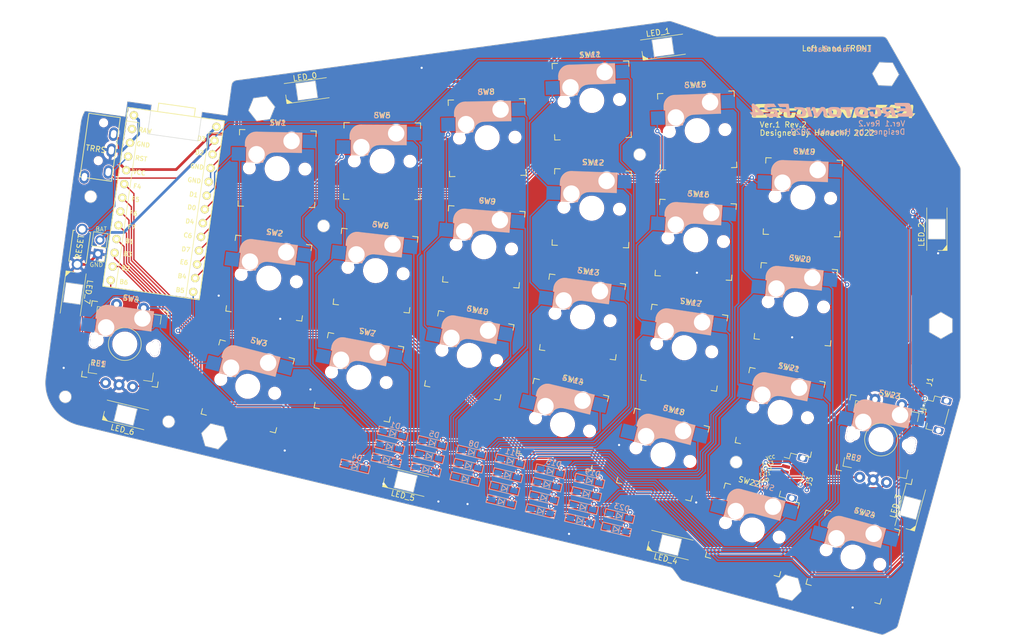
<source format=kicad_pcb>
(kicad_pcb (version 20211014) (generator pcbnew)
  (layers (0 "F.Cu" signal) (31 "B.Cu" signal) (34 "B.Paste" user) (35 "F.Paste" user) (36 "B.SilkS" user "B.Silkscreen") (37 "F.SilkS" user "F.Silkscreen") (38 "B.Mask" user) (39 "F.Mask" user) (44 "Edge.Cuts" user))
  (net 0 "")
  (net 1 "R1")
  (net 2 "Net-(D1-Pad2)")
  (net 3 "R2")
  (net 4 "Net-(D2-Pad2)")
  (net 5 "R3")
  (net 6 "Net-(D3-Pad2)")
  (net 7 "R4")
  (net 8 "D4")
  (net 9 "Net-(D5-Pad2)")
  (net 10 "Net-(D6-Pad2)")
  (net 11 "Net-(D7-Pad2)")
  (net 12 "Net-(D8-Pad2)")
  (net 13 "Net-(D9-Pad2)")
  (net 14 "Net-(D10-Pad2)")
  (net 15 "Net-(D11-Pad2)")
  (net 16 "Net-(D12-Pad2)")
  (net 17 "Net-(D13-Pad2)")
  (net 18 "Net-(D14-Pad2)")
  (net 19 "Net-(D15-Pad2)")
  (net 20 "Net-(D16-Pad2)")
  (net 21 "Net-(D17-Pad2)")
  (net 22 "Net-(D18-Pad2)")
  (net 23 "Net-(D19-Pad2)")
  (net 24 "Net-(D20-Pad2)")
  (net 25 "Net-(D21-Pad2)")
  (net 26 "Net-(D22-Pad2)")
  (net 27 "Net-(D23-Pad2)")
  (net 28 "Net-(D24-Pad2)")
  (net 29 "VCC")
  (net 30 "GND")
  (net 31 "DATA")
  (net 32 "ENC_A")
  (net 33 "ENC_B")
  (net 34 "ENC_PUSH")
  (net 35 "Net-(LED_0-Pad2)")
  (net 36 "LED")
  (net 37 "Net-(LED_1-Pad2)")
  (net 38 "Net-(LED_2-Pad2)")
  (net 39 "Net-(LED_3-Pad2)")
  (net 40 "Net-(LED_4-Pad2)")
  (net 41 "Net-(LED_5-Pad2)")
  (net 42 "Net-(LED_6-Pad2)")
  (net 44 "RE1A")
  (net 45 "RE1B")
  (net 46 "C1")
  (net 47 "C7")
  (net 48 "C2")
  (net 49 "C3")
  (net 50 "C4")
  (net 51 "C5")
  (net 52 "C6")
  (net 53 "RESET")
  (net 56 "BAT")
  (footprint "willow:ProMicro" (layer "F.Cu") (at -147.456 33.613 -8)
    (fp_text reference "U1" hide)
    (fp_text value "ProMicro" hide)
  )
  (footprint "kbd:YS-SK6812MINI-E" (layer "F.Cu") (at -164.131 51.165 -98)
    (fp_text reference "LED_7")
    (fp_text value "YS-SK6812MINI-E")
    (fp_line (start -1.8 -1.55) (end -1.8 1.55) (layer "Edge.Cuts") (width 0.12))
    (fp_line (start 1.8 -1.55) (end -1.8 -1.55) (layer "Edge.Cuts") (width 0.12))
    (fp_line (start 1.8 1.55) (end 1.8 -1.55) (layer "Edge.Cuts") (width 0.12))
    (fp_line (start -1.8 1.55) (end 1.8 1.55) (layer "Edge.Cuts") (width 0.12))
  )
  (footprint "kbd:CherryMX_Hotswap" (layer "F.Cu") (at -50.387 41.351 -3.62)
    (fp_text reference "SW16" hide)
    (fp_text value "SW_PUSH" hide)
  )
  (footprint "kbd:CherryMX_Hotswap" (layer "F.Cu") (at -107.68 26.959 -0.29)
    (fp_text reference "SW5" hide)
    (fp_text value "SW_PUSH" hide)
  )
  (footprint "kbd:CherryMX_Hotswap" (layer "F.Cu") (at -89.099 42.625 -4.58)
    (fp_text reference "SW9" hide)
    (fp_text value "SW_PUSH" hide)
  )
  (footprint "kbd:YS-SK6812MINI-E" (layer "F.Cu") (at -56.373 6.108 8)
    (fp_text reference "LED_1")
    (fp_text value "YS-SK6812MINI-E")
    (fp_line (start 1.8 1.55) (end 1.8 -1.55) (layer "Edge.Cuts") (width 0.12))
    (fp_line (start -1.8 -1.55) (end -1.8 1.55) (layer "Edge.Cuts") (width 0.12))
    (fp_line (start -1.8 1.55) (end 1.8 1.55) (layer "Edge.Cuts") (width 0.12))
    (fp_line (start 1.8 -1.55) (end -1.8 -1.55) (layer "Edge.Cuts") (width 0.12))
  )
  (footprint "kbd:YS-SK6812MINI-E" (layer "F.Cu") (at -11.189 90.339 74.88)
    (fp_text reference "LED_3")
    (fp_text value "YS-SK6812MINI-E")
    (fp_line (start -1.8 -1.55) (end -1.8 1.55) (layer "Edge.Cuts") (width 0.12))
    (fp_line (start 1.8 -1.55) (end -1.8 -1.55) (layer "Edge.Cuts") (width 0.12))
    (fp_line (start -1.8 1.55) (end 1.8 1.55) (layer "Edge.Cuts") (width 0.12))
    (fp_line (start 1.8 1.55) (end 1.8 -1.55) (layer "Edge.Cuts") (width 0.12))
  )
  (footprint "kbd:CherryMX_Hotswap" (layer "F.Cu") (at -71.065 55.46 -7.62)
    (fp_text reference "SW13" hide)
    (fp_text value "SW_PUSH" hide)
  )
  (footprint "kbd:CherryMX_Hotswap" (layer "F.Cu") (at -74.723 75.12 -13.47)
    (fp_text reference "SW14" hide)
    (fp_text value "SW_PUSH" hide)
  )
  (footprint "kbd:YS-SK6812MINI-E" (layer "F.Cu") (at -103.38 85.575 -13.5)
    (fp_text reference "LED_5")
    (fp_text value "YS-SK6812MINI-E")
    (fp_line (start -1.8 -1.55) (end -1.8 1.55) (layer "Edge.Cuts") (width 0.12))
    (fp_line (start -1.8 1.55) (end 1.8 1.55) (layer "Edge.Cuts") (width 0.12))
    (fp_line (start 1.8 -1.55) (end -1.8 -1.55) (layer "Edge.Cuts") (width 0.12))
    (fp_line (start 1.8 1.55) (end 1.8 -1.55) (layer "Edge.Cuts") (width 0.12))
  )
  (footprint "kbd:CherryMX_Hotswap" (layer "F.Cu") (at -30.814 33.577 -2.02)
    (fp_text reference "SW19" hide)
    (fp_text value "SW_PUSH" hide)
  )
  (footprint "kbd:YS-SK6812MINI-E" (layer "F.Cu") (at -6.322 39.397 90)
    (fp_text reference "LED_2")
    (fp_text value "YS-SK6812MINI-E")
    (fp_line (start 1.8 -1.55) (end -1.8 -1.55) (layer "Edge.Cuts") (width 0.12))
    (fp_line (start 1.8 1.55) (end 1.8 -1.55) (layer "Edge.Cuts") (width 0.12))
    (fp_line (start -1.8 1.55) (end 1.8 1.55) (layer "Edge.Cuts") (width 0.12))
    (fp_line (start -1.8 -1.55) (end -1.8 1.55) (layer "Edge.Cuts") (width 0.12))
  )
  (footprint "kbd:CherryMX_Hotswap" (layer "F.Cu") (at -88.483 22.671 1.06)
    (fp_text reference "SW8" hide)
    (fp_text value "SW_PUSH" hide)
  )
  (footprint "kbd:MJ-4PP-9_1side" (layer "F.Cu") (at -158.363 18.464 -8)
    (fp_text reference "TRRS1")
    (fp_text value "MJ-4PP-9" hide)
  )
  (footprint "kbd:CherryMX_Hotswap" (layer "F.Cu") (at -128.387 48.354 -7.57)
    (fp_text reference "SW2" hide)
    (fp_text value "SW_PUSH" hide)
  )
  (footprint "kbd:CherryMX_Hotswap" (layer "F.Cu") (at -111.929 66.492999 -10.85)
    (fp_text reference "SW7" hide)
    (fp_text value "SW_PUSH" hide)
  )
  (footprint "kbd:CherryMX_Hotswap" (layer "F.Cu") (at -132.235 68.138 -14.39)
    (fp_text reference "SW3" hide)
    (fp_text value "SW_PUSH" hide)
  )
  (footprint "willow:RotaryEncoder_Alps_EC11E-Switch_Vertical_H20mm_rev2" (layer "F.Cu") (at -154.699 60.41 82)
    (fp_text reference "RE1")
    (fp_text value "RotaryEncoder_Switch")
  )
  (footprint "kbd:CherryMX_Hotswap" (layer "F.Cu") (at -126.864 28.321 -1.12)
    (fp_text reference "SW1" hide)
    (fp_text value "SW_PUSH" hide)
  )
  (footprint "willow:f24logo_f_silk" (layer "F.Cu") (at -25.274309 18.05659)
    (fp_text reference "G***" hide)
    (fp_text value "LOGO" hide)
  )
  (footprint "kbd:CherryMX_Hotswap" (layer "F.Cu") (at -108.881 46.979 -6.55)
    (fp_text reference "SW6" hide)
    (fp_text value "SW_PUSH" hide)
  )
  (footprint "kbd:CherryMX_Hotswap" (layer "F.Cu") (at -154.699 60.41 -8)
    (fp_text reference "SW4" hide)
    (fp_text value "SW_PUSH" hide)
  )
  (footprint "kbd:CherryMX_Hotswap" (layer "F.Cu") (at -32.088 53.145 -5.43)
    (fp_text reference "SW20" hide)
    (fp_text value "SW_PUSH" hide)
  )
  (footprint "kbd:CherryMX_Hotswap" (layer "F.Cu") (at -50.117 21.376 2.05)
    (fp_text reference "SW15" hide)
    (fp_text value "SW_PUSH" hide)
  )
  (footprint "kbd:CherryMX_Hotswap" (layer "F.Cu") (at -91.759 62.481 -10.66)
    (fp_text reference "SW10" hide)
    (fp_text value "SW_PUSH" hide)
  )
  (footprint "kbd:CherryMX_Hotswap" (layer "F.Cu") (at -69.388 35.574 -2.02)
    (fp_text reference "SW12" hide)
    (fp_text value "SW_PUSH" hide)
  )
  (footprint "e3w2q:JST_SH_BM03B-SRSS-TB_1x06-1MP_P1.00mm_Vertical" (layer "F.Cu") (at -33 84.604 -105.12)
    (fp_text reference "J3")
    (fp_text value "Conn_01x06")
  )
  (footprint "kbd:CherryMX_Hotswap" (layer "F.Cu") (at -16.523 77.875 -11.13)
    (fp_text reference "SW23" hide)
    (fp_text value "SW_PUSH" hide)
  )
  (footprint "kbd:CherryMX_Hotswap" (layer "F.Cu") (at -56.373 80.64 -14)
    (fp_text reference "SW18" hide)
    (fp_text value "SW_PUSH" hide)
  )
  (footprint "willow:PinHeader_1x02_P2.54mm_Vertical" (layer "F.Cu") (at -159.6 43.9 172)
    (fp_text reference "BAT1" hide)
    (fp_text value "Conn_01x02")
  )
  (footprint "kbd:CherryMX_Hotswap" (layer "F.Cu") (at -21.651 99.366 -15.11)
    (fp_text reference "SW24" hide)
    (fp_text value "SW_PUSH" hide)
  )
  (footprint "kbd:YS-SK6812MINI-E" (layer "F.Cu") (at -154.563 73.368 -13.5)
    (fp_text reference "LED_6")
    (fp_text value "YS-SK6812MINI-E")
    (fp_line (start 1.8 -1.55) (end -1.8 -1.55) (layer "Edge.Cuts") (width 0.12))
    (fp_line (start -1.8 -1.55) (end -1.8 1.55) (layer "Edge.Cuts") (width 0.12))
    (fp_line (start -1.8 1.55) (end 1.8 1.55) (layer "Edge.Cuts") (width 0.12))
    (fp_line (start 1.8 1.55) (end 1.8 -1.55) (layer "Edge.Cuts") (width 0.12))
  )
  (footprint "kbd:CherryMX_Hotswap" (layer "F.Cu") (at -69.381 15.87 1.98)
    (fp_text reference "SW11" hide)
    (fp_text value "SW_PUSH" hide)
  )
  (footprint "kbd:YS-SK6812MINI-E" (layer "F.Cu") (at -55.075 97.177 -13.5)
    (fp_text reference "LED_4")
    (fp_text value "YS-SK6812MINI-E")
    (fp_line (start -1.8 -1.55) (end -1.8 1.55) (layer "Edge.Cuts") (width 0.12))
    (fp_line (start 1.8 1.55) (end 1.8 -1.55) (layer "Edge.Cuts") (width 0.12))
    (fp_line (start -1.8 1.55) (end 1.8 1.55) (layer "Edge.Cuts") (width 0.12))
    (fp_line (start 1.8 -1.55) (end -1.8 -1.55) (layer "Edge.Cuts") (width 0.12))
  )
  (footprint "e3w2q:JST_SH_BM03B-SRSS-TB_1x04-1MP_P1.00mm_Vertical" (layer "F.Cu") (at -6.452 73.183 -105.12)
    (fp_text reference "J1")
    (fp_text value "Conn_01x04")
  )
  (footprint "kbd:YS-SK6812MINI-E" (layer "F.Cu") (at -121.466 14.07 8)
    (fp_text reference "LED_0")
    (fp_text value "YS-SK6812MINI-E")
    (fp_line (start 1.8 -1.55) (end -1.8 -1.55) (layer "Edge.Cuts") (width 0.12))
    (fp_line (start -1.8 1.55) (end 1.8 1.55) (layer "Edge.Cuts") (width 0.12))
    (fp_line (start 1.8 1.55) (end 1.8 -1.55) (layer "Edge.Cuts") (width 0.12))
    (fp_line (start -1.8 -1.55) (end -1.8 1.55) (layer "Edge.Cuts") (width 0.12))
  )
  (footprint "kbd:CherryMX_Hotswap" (layer "F.Cu") (at -34.956 72.904 -11.08)
    (fp_text reference "SW21" hide)
    (fp_text value "SW_PUSH" hide)
  )
  (footprint "kbd:ResetSW_1side" (layer "F.Cu") (at -162.938 42.627 82)
    (fp_text reference "SW_RESET1" hide)
    (fp_text value "SW_PUSH")
  )
  (footprint "willow:RotaryEncoder_Alps_EC11E-Switch_Vertical_H20mm_rev2" (layer "F.Cu") (at -16.523 77.875 78.87)
    (fp_text reference "RE2")
    (fp_text value "RotaryEncoder_Switch")
  )
  (footprint "kbd:CherryMX_Hotswap" (layer "F.Cu") (at -40.041 94.399 -15.12)
    (fp_text reference "SW22" hide)
    (fp_text value "SW_PUSH" hide)
  )
  (footprint "kbd:CherryMX_Hotswap" (layer "F.Cu") (at -52.482 61.083 -8.51)
    (fp_text reference "SW17" hide)
    (fp_text value "SW_PUSH" hide)
  )
  (footprint "kbd:D3_SMD_v2" (layer "B.Cu") (at -85.904 89.248 166.5)
    (fp_text reference "D14" hide)
    (fp_text value "1N4148W" hide)
  )
  (footprint "kbd:D3_SMD_v2" (layer "B.Cu") (at -64.915 94.299 166.5)
    (fp_text reference "D24" hide)
    (fp_text value "1N4148W" hide)
  )
  (footprint "kbd:D3_SMD_v2" (layer "B.Cu") (at -98.509 78.508 166.5)
    (fp_text reference "D5" hide)
    (fp_text value "1N4148W" hide)
  )
  (footprint "kbd:D3_SMD_v2" (layer "B.Cu") (at -112.659 82.776 166.5)
    (fp_text reference "D4" hide)
    (fp_text value "1N4148W" hide)
  )
  (footprint "willow:f24logo_f_silk" (layer "B.Cu") (at -25.525691 17.85659 180)
    (fp_text reference "G***" hide)
    (fp_text value "LOGO" hide)
  )
  (footprint "kbd:D3_SMD_v2" (layer "B.Cu") (at -92.498 85.094 166.5)
    (fp_text reference "D10" hide)
    (fp_text value "1N4148W" hide)
  )
  (footprint "kbd:D3_SMD_v2" (layer "B.Cu") (at -64.331999 91.868 166.5)
    (fp_text reference "D23" hide)
    (fp_text value "1N4148W" hide)
  )
  (footprint "kbd:D3_SMD_v2" (layer "B.Cu") (at -78.726 90.971 166.5)
    (fp_text reference "D18" hide)
    (fp_text value "1N4148W" hide)
  )
  (footprint "kbd:D3_SMD_v2" (layer "B.Cu") (at -85.32 86.817 166.5)
    (fp_text reference "D13" hide)
    (fp_text value "1N4148W" hide)
  )
  (footprint "kbd:D3_SMD_v2" (layer "B.Cu") (at -105.744 76.772 166.5)
    (fp_text reference "D1" hide)
    (fp_text value "1N4148W" hide)
  )
  (footprint "kbd:D3_SMD_v2" (layer "B.Cu") (at -70.38 87.833 166.5)
    (fp_text reference "D20" hide)
    (fp_text value "1N4148W" hide)
  )
  (footprint "kbd:D3_SMD_v2" (layer "B.Cu") (at -91.331 80.232 166.5)
    (fp_text reference "D8" hide)
    (fp_text value "1N4148W" hide)
  )
  (footprint "kbd:D3_SMD_v2" (layer "B.Cu") (at -78.142 88.54 166.5)
    (fp_text reference "D17" hide)
    (fp_text value "1N4148W" hide)
  )
  (footprint "kbd:D3_SMD_v2" (layer "B.Cu") (at -106.328 79.203 166.5)
    (fp_text reference "D2" hide)
    (fp_text value "1N4148W" hide)
  )
  (footprint "kbd:D3_SMD_v2" (layer "B.Cu") (at -71.547 92.695 166.5)
    (fp_text reference "D22" hide)
    (fp_text value "1N4148W" hide)
  )
  (footprint "kbd:D3_SMD_v2" (layer "B.Cu") (at -77.558 86.109 166.5)
    (fp_text reference "D16" hide)
    (fp_text value "1N4148W" hide)
  )
  (footprint "kbd:D3_SMD_v2" (layer "B.Cu") (at -70.964 90.264 166.5)
    (fp_text reference "D21" hide)
    (fp_text value "1N4148W" hide)
  )
  (footprint "kbd:D3_SMD_v2" (layer "B.Cu") (at -106.911 81.634 166.5)
    (fp_text reference "D3" hide)
    (fp_text value "1N4148W" hide)
  )
  (footprint "kbd:D3_SMD_v2" (layer "B.Cu") (at -91.915 82.663 166.5)
    (fp_text reference "D9" hide)
    (fp_text value "1N4148W" hide)
  )
  (footprint "kbd:D3_SMD_v2" (layer "B.Cu") (at -84.273 81.83 166.5)
    (fp_text reference "D11" hide)
    (fp_text value "1N4148W" hide)
  )
  (footprint "kbd:D3_SMD_v2" (layer "B.Cu") (at -84.737 84.386 166.5)
    (fp_text reference "D12" hide)
    (fp_text value "1N4148W" hide)
  )
  (footprint "kbd:D3_SMD_v2" (layer "B.Cu") (at -69.797 85.402 166.5)
    (fp_text reference "D19" hide)
    (fp_text value "1N4148W" hide)
  )
  (footprint "kbd:D3_SMD_v2" (layer "B.Cu") (at -76.975 83.678 166.5)
    (fp_text reference "D15" hide)
    (fp_text value "1N4148W" hide)
  )
  (footprint "kbd:D3_SMD_v2" (layer "B.Cu") (at -99.093 80.939 166.5)
    (fp_text reference "D6" hide)
    (fp_text value "1N4148W" hide)
  )
  (footprint "kbd:D3_SMD_v2" (layer "B.Cu") (at -99.677 83.37 166.5)
    (fp_text reference "D7" hide)
    (fp_text value "1N4148W" hide)
  )
  (gr_line (start -140.686283 76.717994) (end -140.006147 79.045526) (layer "Edge.Cuts") (width 0.09))
  (gr_line (start -128.194028 19.285436) (end -127.280209 17.039345) (layer "Edge.Cuts") (width 0.09))
  (gr_line (start -14.39902 8.985591) (end -16.822412 8.90097) (layer "Edge.Cuts") (width 0.09))
  (gr_curve (pts (xy -15.872395 113.435109) (xy -15.872395 113.435109) (xy -13.956405 112.478987) (xy -13.956405 112.478987)) (layer "Edge.Cuts") (width 0.09))
  (gr_line (start -7.686731 58.230867) (end -5.58673 59.443296) (layer "Edge.Cuts") (width 0.09))
  (gr_line (start -128.768471 15.124909) (end -131.170553 15.456564) (layer "Edge.Cuts") (width 0.09))
  (gr_curve (pts (xy -162.728073 19.980628) (xy -162.728073 19.980628) (xy -169.130094 66.411622) (xy -169.130094 66.411622)) (layer "Edge.Cuts") (width 0.09))
  (gr_line (start -34.037906 102.628921) (end -35.755986 104.340117) (layer "Edge.Cuts") (width 0.09))
  (gr_curve (pts (xy -135.175061 13.040311) (xy -135.175061 13.040311) (xy -135.959401 18.621215) (xy -135.959401 18.621215)) (layer "Edge.Cuts") (width 0.09))
  (gr_line (start -3.486735 58.230857) (end -3.486741 55.805987) (layer "Edge.Cuts") (width 0.09))
  (gr_curve (pts (xy -55.285321 1.369124) (xy -55.285321 1.369124) (xy -134.320419 12.188726) (xy -134.320419 12.188726)) (layer "Edge.Cuts") (width 0.09))
  (gr_circle (center -146.689713 74.603961) (end -145.589713 74.603961) (layer "Edge.Cuts") (width 0.09) (fill none))
  (gr_curve (pts (xy -53.265009 103.315894) (xy -53.131016 103.50025) (xy -52.938091 103.633295) (xy -52.718143 103.693003)) (layer "Edge.Cuts") (width 0.09))
  (gr_curve (pts (xy -134.320419 12.188726) (xy -134.763738 12.249425) (xy -135.112791 12.597228) (xy -135.175061 13.040311)) (layer "Edge.Cuts") (width 0.09))
  (gr_line (start -131.170553 15.456564) (end -132.084372 17.702655) (layer "Edge.Cuts") (width 0.09))
  (gr_line (start -3.486741 55.805987) (end -5.586742 54.593558) (layer "Edge.Cuts") (width 0.09))
  (gr_curve (pts (xy -52.718143 103.693003) (xy -52.718143 103.693003) (xy -16.580965 113.50541) (xy -16.580965 113.50541)) (layer "Edge.Cuts") (width 0.09))
  (gr_line (start -13.260608 11.126621) (end -14.39902 8.985591) (layer "Edge.Cuts") (width 0.09))
  (gr_circle (center -165.568884 70.054061) (end -164.468884 70.054061) (layer "Edge.Cuts") (width 0.09) (fill none))
  (gr_curve (pts (xy -46.474144 4.182927) (xy -46.583095 4.182927) (xy -46.691336 4.16512) (xy -46.794538 4.130196)) (layer "Edge.Cuts") (width 0.09))
  (gr_curve (pts (xy -140.577487 17.97218) (xy -140.577487 17.97218) (xy -141.322338 23.272094) (xy -141.322338 23.272094)) (layer "Edge.Cuts") (width 0.09))
  (gr_curve (pts (xy -13.956405 112.478987) (xy -13.702243 112.352143) (xy -13.514011 112.123195) (xy -13.438693 111.84931)) (layer "Edge.Cuts") (width 0.09))
  (gr_line (start -31.074028 105.604723) (end -31.696927 103.261224) (layer "Edge.Cuts") (width 0.09))
  (gr_curve (pts (xy -54.829276 1.412597) (xy -54.975886 1.363009) (xy -55.131992 1.34813) (xy -55.285321 1.369124)) (layer "Edge.Cuts") (width 0.09))
  (gr_curve (pts (xy -13.438693 111.84931) (xy -13.438693 111.84931) (xy -2.035772 70.375183) (xy -2.035772 70.375183)) (layer "Edge.Cuts") (width 0.09))
  (gr_curve (pts (xy -46.794538 4.130196) (xy -46.794538 4.130196) (xy -54.829276 1.412597) (xy -54.829276 1.412597)) (layer "Edge.Cuts") (width 0.09))
  (gr_curve (pts (xy -150.548326 21.975467) (xy -150.548326 21.975467) (xy -149.803475 16.675554) (xy -149.803475 16.675554)) (layer "Edge.Cuts") (width 0.09))
  (gr_curve (pts (xy -154.210957 16.056126) (xy -154.210957 16.056126) (xy -154.600598 18.828502) (xy -154.600598 18.828502)) (layer "Edge.Cuts") (width 0.09))
  (gr_line (start -130.596109 19.617091) (end -128.194028 19.285436) (layer "Edge.Cuts") (width 0.09))
  (gr_circle (center -118.380307 38.811769) (end -117.280307 38.811769) (layer "Edge.Cuts") (width 0.09) (fill none))
  (gr_line (start -35.755986 104.340117) (end -35.133087 106.683616) (layer "Edge.Cuts") (width 0.09))
  (gr_curve (pts (xy -54.518744 101.591) (xy -54.518744 101.591) (xy -53.265009 103.315894) (xy -53.265009 103.315894)) (layer "Edge.Cuts") (width 0.09))
  (gr_curve (pts (xy -169.130094 66.411622) (xy -169.691925 70.486352) (xy -167.072253 74.323069) (xy -163.072626 75.283303)) (layer "Edge.Cuts") (width 0.09))
  (gr_line (start -137.650377 79.620276) (end -135.974743 77.867495) (layer "Edge.Cuts") (width 0.09))
  (gr_curve (pts (xy -2.035772 70.375183) (xy -2.012022 70.288819) (xy -1.999986 70.199656) (xy -1.999986 70.110083)) (layer "Edge.Cuts") (width 0.09))
  (gr_curve (pts (xy -161.974071 17.792217) (xy -162.356929 18.450962) (xy -162.619036 19.189892) (xy -162.728073 19.980628)) (layer "Edge.Cuts") (width 0.09))
  (gr_curve (pts (xy -154.600598 18.828502) (xy -154.600598 18.828502) (xy -161.974071 17.792217) (xy -161.974071 17.792217)) (layer "Edge.Cuts") (width 0.09))
  (gr_line (start -139.01065 74.965213) (end -140.686283 76.717994) (layer "Edge.Cuts") (width 0.09))
  (gr_line (start -136.65488 75.539963) (end -139.01065 74.965213) (layer "Edge.Cuts") (width 0.09))
  (gr_curve (pts (xy -16.580965 113.50541) (xy -16.344136 113.569704) (xy -16.091955 113.544684) (xy -15.872395 113.435109)) (layer "Edge.Cuts") (width 0.09))
  (gr_curve (pts (xy -141.322338 23.272094) (xy -141.322338 23.272094) (xy -150.548326 21.975467) (xy -150.548326 21.975467)) (layer "Edge.Cuts") (width 0.09))
  (gr_curve (pts (xy -135.959401 18.621215) (xy -135.959401 18.621215) (xy -140.577487 17.97218) (xy -140.577487 17.97218)) (layer "Edge.Cuts") (width 0.09))
  (gr_line (start -14.545588 13.18303) (end -13.260608 11.126621) (layer "Edge.Cuts") (width 0.09))
  (gr_line (start -135.974743 77.867495) (end -136.65488 75.539963) (layer "Edge.Cuts") (width 0.09))
  (gr_circle (center -43 82) (end -41.9 82) (layer "Edge.Cuts") (width 0.09) (fill none))
  (gr_line (start -18.107392 10.957379) (end -16.96898 13.098409) (layer "Edge.Cuts") (width 0.09))
  (gr_line (start -31.696927 103.261224) (end -34.037906 102.628921) (layer "Edge.Cuts") (width 0.09))
  (gr_circle (center -60.625543 25.768284) (end -59.525543 25.768284) (layer "Edge.Cuts") (width 0.09) (fill none))
  (gr_curve (pts (xy -149.803475 16.675554) (xy -149.803475 16.675554) (xy -154.210957 16.056126) (xy -154.210957 16.056126)) (layer "Edge.Cuts") (width 0.09))
  (gr_line (start -132.084372 17.702655) (end -130.596109 19.617091) (layer "Edge.Cuts") (width 0.09))
  (gr_line (start -35.133087 106.683616) (end -32.792108 107.315919) (layer "Edge.Cuts") (width 0.09))
  (gr_line (start -5.586742 54.593558) (end -7.686737 55.805997) (layer "Edge.Cuts") (width 0.09))
  (gr_curve (pts (xy -15.40834 4.687397) (xy -15.586301 4.375465) (xy -15.917827 4.182927) (xy -16.276935 4.182927)) (layer "Edge.Cuts") (width 0.09))
  (gr_line (start -16.822412 8.90097) (end -18.107392 10.957379) (layer "Edge.Cuts") (width 0.09))
  (gr_curve (pts (xy -16.276935 4.182927) (xy -16.276935 4.182927) (xy -46.474144 4.182927) (xy -46.474144 4.182927)) (layer "Edge.Cuts") (width 0.09))
  (gr_line (start -5.58673 59.443296) (end -3.486735 58.230857) (layer "Edge.Cuts") (width 0.09))
  (gr_curve (pts (xy -2.131394 27.959878) (xy -2.131394 27.959878) (xy -15.40834 4.687397) (xy -15.40834 4.687397)) (layer "Edge.Cuts") (width 0.09))
  (gr_line (start -127.280209 17.039345) (end -128.768471 15.124909) (layer "Edge.Cuts") (width 0.09))
  (gr_curve (pts (xy -163.072626 75.283303) (xy -163.072626 75.283303) (xy -55.094204 101.206592) (xy -55.094204 101.206592)) (layer "Edge.Cuts") (width 0.09))
  (gr_curve (pts (xy -1.999986 70.110083) (xy -1.999986 70.110083) (xy -1.999986 28.455412) (xy -1.999986 28.455412)) (layer "Edge.Cuts") (width 0.09))
  (gr_curve (pts (xy -1.999986 28.455412) (xy -1.999986 28.281629) (xy -2.045289 28.110838) (xy -2.131394 27.959878)) (layer "Edge.Cuts") (width 0.09))
  (gr_line (start -32.792108 107.315919) (end -31.074028 105.604723) (layer "Edge.Cuts") (width 0.09))
  (gr_line (start -140.006147 79.045526) (end -137.650377 79.620276) (layer "Edge.Cuts") (width 0.09))
  (gr_line (start -7.686737 55.805997) (end -7.686731 58.230867) (layer "Edge.Cuts") (width 0.09))
  (gr_circle (center -160.935186 33.451413) (end -159.835186 33.451413) (layer "Edge.Cuts") (width 0.09) (fill none))
  (gr_line (start -16.96898 13.098409) (end -14.545588 13.18303) (layer "Edge.Cuts") (width 0.09))
  (gr_curve (pts (xy -55.094204 101.206592) (xy -54.862758 101.262144) (xy -54.658701 101.398462) (xy -54.518744 101.591)) (layer "Edge.Cuts") (width 0.09))
  (gr_text "D11" (at -83.82 80.264 -13.5) (layer "B.SilkS") (effects (font (size 1 1)) (justify mirror)))
  (gr_text "D19" (at -69.215 83.947 -13.5) (layer "B.SilkS") (effects (font (size 1 1)) (justify mirror)))
  (gr_text "Ver.1 Rev.2" (at -16.4 20.1) (layer "B.SilkS") (effects (font (size 1 1)) (justify mirror)))
  (gr_text "D8" (at -90.932 78.74 -13.5) (layer "B.SilkS") (effects (font (size 1 1)) (justify mirror)))
  (gr_text "D1" (at -105.283 75.311 -13.5) (layer "B.SilkS") (effects (font (size 1 1)) (justify mirror)))
  (gr_text "Designed by Hanachi, 2022" (at -22.6 21.6) (layer "B.SilkS") (effects (font (size 1 1)) (justify mirror)))
  (gr_text "D5" (at -98.171 76.962 -13.5) (layer "B.SilkS") (effects (font (size 1 1)) (justify mirror)))
  (gr_text "D15" (at -76.327 82.169 -13.5) (layer "B.SilkS") (effects (font (size 1 1)) (justify mirror)))
  (gr_text "D4" (at -112.268 81.153 -13.5) (layer "B.SilkS") (effects (font (size 1 1)) (justify mirror)))
  (gr_text "D23" (at -63.881 90.297 -13.5) (layer "B.SilkS") (effects (font (size 1 1)) (justify mirror)))
  (gr_text "Left hand Back" (at -24.003 6.477) (layer "B.SilkS") (effects (font (size 1 1)) (justify mirror)))
  (gr_text "J1" (at -7.62 67.31 80) (layer "F.SilkS") (effects (font (size 1 1))))
  (gr_text "EXT1" (at -37.719 84.201 10) (layer "F.SilkS") (effects (font (size 0.6 0.6) (thickness 0.1))))
  (gr_text "GND" (at -159.9 45.9) (layer "F.SilkS") (effects (font (size 0.8 0.8) (thickness 0.1))))
  (gr_text "EXT2" (at -37.465 83.312 10) (layer "F.SilkS") (effects (font (size 0.6 0.6) (thickness 0.1))))
  (gr_text "EXT3" (at -37.211 82.296 10) (layer "F.SilkS") (effects (font (size 0.6 0.6) (thickness 0.1))))
  (gr_text "Left hand FRONT" (at -24.638 6.35) (layer "F.SilkS") (effects (font (size 1 1))))
  (gr_text "GND\n" (at -37.846 85.344 10) (layer "F.SilkS") (effects (font (size 0.6 0.6) (thickness 0.1))))
  (gr_text "Ver.1 Rev.2" (at -34.4 20.3) (layer "F.SilkS") (effects (font (size 1 1))))
  (gr_text "BAT" (at -159 39.4) (layer "F.SilkS") (effects (font (size 0.8 0.8) (thickness 0.1))))
  (gr_text "Designed by Hanachi, 2022" (at -28.2 21.8) (layer "F.SilkS") (effects (font (size 1 1))))
  (gr_text "J3" (at -29.6 85.5 80) (layer "F.SilkS") (effects (font (size 1 1))))
  (gr_text "GND DATA VCC" (at -8.636 71.628 75) (layer "F.SilkS") (effects (font (size 0.4 0.3) (thickness 0.05))))
  (gr_text "VCC" (at -36.703 81.153 10) (layer "F.SilkS") (effects (font (size 0.6 0.6) (thickness 0.1))))
  (segment (start -74.93 83.058) (end -76.708 81.28) (width 0.25) (layer "F.Cu") (net 1))
  (segment (start -89.281 79.756) (end -83.844 79.756) (width 0.25) (layer "F.Cu") (net 1))
  (segment (start -98.398 76.1) (end -103.759 76.1) (width 0.25) (layer "F.Cu") (net 1))
  (segment (start -76.708 81.28) (end -82.28 81.28) (width 0.25) (layer "F.Cu") (net 1))
  (segment (start -69.723 83.058) (end -67.945 84.836) (width 0.25) (layer "F.Cu") (net 1))
  (segment (start -96.52 77.978) (end -98.398 76.1) (width 0.25) (layer "F.Cu") (net 1))
  (segment (start -82.28 81.28) (end -82.3 81.3) (width 0.25) (layer "F.Cu") (net 1))
  (segment (start -155.858657 38.695034) (end -154.383533 40.170158) (width 0.25) (layer "F.Cu") (net 1))
  (segment (start -83.844 79.756) (end -82.3 81.3) (width 0.25) (layer "F.Cu") (net 1))
  (segment (start -140.794533 59.232579) (end -140.794534 67.252225) (width 0.25) (layer "F.Cu") (net 1))
  (segment (start -125.581066 71.218934) (end -120.7 76.1) (width 0.25) (layer "F.Cu") (net 1))
  (segment (start -136.827825 71.218934) (end -125.581066 71.218934) (width 0.25) (layer "F.Cu") (net 1))
  (segment (start -91.059 77.978) (end -89.281 79.756) (width 0.25) (layer "F.Cu") (net 1))
  (segment (start -74.93 83.058) (end -69.723 83.058) (width 0.25) (layer "F.Cu") (net 1))
  (segment (start -154.383533 40.170158) (end -154.383533 45.643578) (width 0.25) (layer "F.Cu") (net 1))
  (segment (start -154.383533 45.643578) (end -140.794533 59.232579) (width 0.25) (layer "F.Cu") (net 1))
  (segment (start -120.7 76.1) (end -103.759 76.1) (width 0.25) (layer "F.Cu") (net 1))
  (segment (start -96.52 77.978) (end -91.059 77.978) (width 0.25) (layer "F.Cu") (net 1))
  (segment (start -140.794534 67.252225) (end -136.827825 71.218934) (width 0.25) (layer "F.Cu") (net 1))
  (via (at -67.945 84.836) (size 0.8) (drill 0.4) (layers "F.Cu" "B.Cu") (net 1))
  (via (at -82.3 81.3) (size 0.8) (drill 0.4) (layers "F.Cu" "B.Cu") (net 1))
  (via (at -89.281 79.756) (size 0.8) (drill 0.4) (layers "F.Cu" "B.Cu") (net 1))
  (via (at -74.93 83.058) (size 0.8) (drill 0.4) (layers "F.Cu" "B.Cu") (net 1))
  (via (at -96.52 77.978) (size 0.8) (drill 0.4) (layers "F.Cu" "B.Cu") (net 1))
  (via (at -103.759 76.1) (size 0.8) (drill 0.4) (layers "F.Cu" "B.Cu") (net 1))
  (segment (start -82.547043 82.244366) (end -82.547043 81.547043) (width 0.25) (layer "B.Cu") (net 1))
  (segment (start -82.547043 81.547043) (end -82.3 81.3) (width 0.25) (layer "B.Cu") (net 1))
  (segment (start -89.281 80.322323) (end -89.605043 80.646366) (width 0.25) (layer "B.Cu") (net 1))
  (segment (start -74.93 83.773323) (end -75.249043 84.092366) (width 0.25) (layer "B.Cu") (net 1))
  (segment (start -104.018043 77.186366) (end -104.018043 76.359043) (width 0.25) (layer "B.Cu") (net 1))
  (segment (start -104.018043 76.359043) (end -103.759 76.1) (width 0.25) (layer "B.Cu") (net 1))
  (segment (start -67.945 85.690323) (end -68.071043 85.816366) (width 0.25) (layer "B.Cu") (net 1))
  (segment (start -96.52 77.978) (end -96.52 78.659323) (width 0.25) (layer "B.Cu") (net 1))
  (segment (start -89.281 79.756) (end -89.281 80.322323) (width 0.25) (layer "B.Cu") (net 1))
  (segment (start -96.52 78.659323) (end -96.783043 78.922366) (width 0.25) (layer "B.Cu") (net 1))
  (segment (start -67.945 84.836) (end -67.945 85.690323) (width 0.25) (layer "B.Cu") (net 1))
  (segment (start -74.93 83.058) (end -74.93 83.773323) (width 0.25) (layer "B.Cu") (net 1))
  (segment (start -122.174 37.211) (end -122.174 40.767) (width 0.25) (layer "B.Cu") (net 2))
  (segment (start -119.761 43.18) (end -119.761 44.887422) (width 0.25) (layer "B.Cu") (net 2))
  (segment (start -120.327489 64.000603) (end -107.970458 76.357634) (width 0.25) (layer "B.Cu") (net 2))
  (segment (start -122.174 40.767) (end -119.761 43.18) (width 0.25) (layer "B.Cu") (net 2))
  (segment (start -120.92382 23.356161) (end -119.761 24.518981) (width 0.25) (layer "B.Cu") (net 2))
  (segment (start -119.761 34.798) (end -122.174 37.211) (width 0.25) (layer "B.Cu") (net 2))
  (segment (start -119.761 44.887422) (end -120.327489 45.453911) (width 0.25) (layer "B.Cu") (net 2))
  (segment (start -120.327489 45.453911) (end -120.327489 64.000603) (width 0.25) (layer "B.Cu") (net 2))
  (segment (start -119.761 24.518981) (end -119.761 34.798) (width 0.25) (layer "B.Cu") (net 2))
  (segment (start -107.970458 76.357634) (end -107.469957 76.357634) (width 0.25) (layer "B.Cu") (net 2))
  (segment (start -97.282 80.264) (end -91.821 80.264) (width 0.25) (layer "F.Cu") (net 3))
  (segment (start -141.244044 59.418772) (end -141.244045 67.438418) (width 0.25) (layer "F.Cu") (net 3))
  (segment (start -98.933 78.613) (end -97.282 80.264) (width 0.25) (layer "F.Cu") (net 3))
  (segment (start -141.244045 67.438418) (end -137.014018 71.668445) (width 0.25) (layer "F.Cu") (net 3))
  (segment (start -137.014018 71.668445) (end -126.017254 71.668448) (width 0.25) (layer "F.Cu") (net 3))
  (segment (start -89.916 82.169) (end -84.455 82.169) (width 0.25) (layer "F.Cu") (net 3))
  (segment (start -77.47 83.82) (end -75.819 85.471) (width 0.25) (layer "F.Cu") (net 3))
  (segment (start -75.819 85.471) (end -70.231 85.471) (width 0.25) (layer "F.Cu") (net 3))
  (segment (start -156.212156 41.210315) (end -154.833044 42.589427) (width 0.25) (layer "F.Cu") (net 3))
  (segment (start -84.455 82.169) (end -82.804 83.82) (width 0.25) (layer "F.Cu") (net 3))
  (segment (start -82.804 83.82) (end -77.47 83.82) (width 0.25) (layer "F.Cu") (net 3))
  (segment (start -154.833044 45.829771) (end -141.244044 59.418772) (width 0.25) (layer "F.Cu") (net 3))
  (segment (start -70.231 85.471) (end -68.58 87.122) (width 0.25) (layer "F.Cu") (net 3))
  (segment (start -119.072702 78.613) (end -104.394 78.613) (width 0.25) (layer "F.Cu") (net 3))
  (segment (start -104.394 78.613) (end -98.933 78.613) (width 0.25) (layer "F.Cu") (net 3))
  (segment (start -126.017254 71.668448) (end -119.072702 78.613) (width 0.25) (layer "F.Cu") (net 3))
  (segment (start -91.821 80.264) (end -89.916 82.169) (width 0.25) (layer "F.Cu") (net 3))
  (segment (start -154.833044 42.589427) (end -154.833044 45.829771) (width 0.25) (layer "F.Cu") (net 3))
  (via (at -75.819 85.471) (size 0.8) (drill 0.4) (layers "F.Cu" "B.Cu") (net 3))
  (via (at -89.916 82.169) (size 0.8) (drill 0.4) (layers "F.Cu" "B.Cu") (net 3))
  (via (at -68.58 87.122) (size 0.8) (drill 0.4) (layers "F.Cu" "B.Cu") (net 3))
  (via (at -97.282 80.264) (size 0.8) (drill 0.4) (layers "F.Cu" "B.Cu") (net 3))
  (via (at -104.394 78.613) (size 0.8) (drill 0.4) (layers "F.Cu" "B.Cu") (net 3))
  (via (at -82.804 83.82) (size 0.8) (drill 0.4) (layers "F.Cu" "B.Cu") (net 3))
  (segment (start -68.58 88.173323) (end -68.654043 88.247366) (width 0.25) (layer "B.Cu") (net 3))
  (segment (start -104.394 78.613) (end -104.394 79.409323) (width 0.25) (layer "B.Cu") (net 3))
  (segment (start -97.282 80.264) (end -97.282 81.268323) (width 0.25) (layer "B.Cu") (net 3))
  (segment (start -104.394 79.409323) (end -104.602043 79.617366) (width 0.25) (layer "B.Cu") (net 3))
  (segment (start -82.804 83.82) (end -82.804 84.593323) (width 0.25) (layer "B.Cu") (net 3))
  (segment (start -75.819 86.510323) (end -75.832043 86.523366) (width 0.25) (layer "B.Cu") (net 3))
  (segment (start -97.282 81.268323) (end -97.367043 81.353366) (width 0.25) (layer "B.Cu") (net 3))
  (segment (start -89.916 82.169) (end -89.916 82.804323) (width 0.25) (layer "B.Cu") (net 3))
  (segment (start -82.804 84.593323) (end -83.011043 84.800366) (width 0.25) (layer "B.Cu") (net 3))
  (segment (start -68.58 87.122) (end -68.58 88.173323) (width 0.25) (layer "B.Cu") (net 3))
  (segment (start -89.916 82.804323) (end -90.189043 83.077366) (width 0.25) (layer "B.Cu") (net 3))
  (segment (start -75.819 85.471) (end -75.819 86.510323) (width 0.25) (layer "B.Cu") (net 3))
  (segment (start -108.053957 78.788634) (end -108.897489 77.945102) (width 0.25) (layer "B.Cu") (net 4))
  (segment (start -120.777 45.237573) (end -121.926689 44.087884) (width 0.25) (layer "B.Cu") (net 4))
  (segment (start -108.89749 76.066306) (end -120.777 64.186796) (width 0.25) (layer "B.Cu") (net 4))
  (segment (start -108.897489 77.945102) (end -108.89749 76.066306) (width 0.25) (layer "B.Cu") (net 4))
  (segment (start -120.777 64.186796) (end -120.777 45.237573) (width 0.25) (layer "B.Cu") (net 4))
  (segment (start -117.321406 81) (end -104.9 81) (width 0.25) (layer "F.Cu") (net 5))
  (segment (start -156.565656 43.725596) (end -156.565656 44.732864) (width 0.25) (layer "F.Cu") (net 5))
  (segment (start -63.754 89.789) (end -62.357 91.186) (width 0.25) (layer "F.Cu") (net 5))
  (segment (start -92.075 82.804) (end -90.551 84.328) (width 0.25) (layer "F.Cu") (net 5))
  (segment (start -97.663 82.804) (end -99.467 81) (width 0.25) (layer "F.Cu") (net 5))
  (segment (start -90.551 84.328) (end -85.344 84.328) (width 0.25) (layer "F.Cu") (net 5))
  (segment (start -126.203448 72.117958) (end -117.321406 81) (width 0.25) (layer "F.Cu") (net 5))
  (segment (start -68.961 89.662) (end -68.834 89.789) (width 0.25) (layer "F.Cu") (net 5))
  (segment (start -70.739 87.884) (end -68.961 89.662) (width 0.25) (layer "F.Cu") (net 5))
  (segment (start -137.268496 72.117956) (end -126.203448 72.117958) (width 0.25) (layer "F.Cu") (net 5))
  (segment (start -141.693556 67.692896) (end -137.268496 72.117956) (width 0.25) (layer "F.Cu") (net 5))
  (segment (start -141.693555 59.604965) (end -141.693556 67.692896) (width 0.25) (layer "F.Cu") (net 5))
  (segment (start -77.978 86.233) (end -76.327 87.884) (width 0.25) (layer "F.Cu") (net 5))
  (segment (start -99.467 81) (end -104.9 81) (width 0.25) (layer "F.Cu") (net 5))
  (segment (start -97.663 82.804) (end -92.075 82.804) (width 0.25) (layer "F.Cu") (net 5))
  (segment (start -68.834 89.789) (end -63.754 89.789) (width 0.25) (layer "F.Cu") (net 5))
  (segment (start -83.439 86.233) (end -77.978 86.233) (width 0.25) (layer "F.Cu") (net 5))
  (segment (start -156.565656 44.732864) (end -141.693555 59.604965) (width 0.25) (layer "F.Cu") (net 5))
  (segment (start -76.327 87.884) (end -70.739 87.884) (width 0.25) (layer "F.Cu") (net 5))
  (segment (start -85.344 84.328) (end -83.439 86.233) (width 0.25) (layer "F.Cu") (net 5))
  (via (at -90.551 84.328) (size 0.8) (drill 0.4) (layers "F.Cu" "B.Cu") (net 5))
  (via (at -97.663 82.804) (size 0.8) (drill 0.4) (layers "F.Cu" "B.Cu") (net 5))
  (via (at -76.327 87.884) (size 0.8) (drill 0.4) (layers "F.Cu" "B.Cu") (net 5))
  (via (at -83.439 86.233) (size 0.8) (drill 0.4) (layers "F.Cu" "B.Cu") (net 5))
  (via (at -104.9 81) (size 0.8) (drill 0.4) (layers "F.Cu" "B.Cu") (net 5))
  (via (at -68.961 89.662) (size 0.8) (drill 0.4) (layers "F.Cu" "B.Cu") (net 5))
  (via (at -62.357 91.186) (size 0.8) (drill 0.4) (layers "F.Cu" "B.Cu") (net 5))
  (segment (start -76.327 87.884) (end -76.327 88.865323) (width 0.25) (layer "B.Cu") (net 5))
  (segment (start -76.327 88.865323) (end -76.416043 88.954366) (width 0.25) (layer "B.Cu") (net 5))
  (segment (start -105.185043 81.285043) (end -104.9 81) (width 0.25) (layer "B.Cu") (net 5))
  (segment (start -90.551 85.287323) (end -90.772043 85.508366) (width 0.25) (layer "B.Cu") (net 5))
  (segment (start -68.961 89.662) (end -68.961 90.401323) (width 0.25) (layer "B.Cu") (net 5))
  (segment (start -97.663 83.496323) (end -97.951043 83.784366) (width 0.25) (layer "B.Cu") (net 5))
  (segment (start -83.439 87.076323) (end -83.594043 87.231366) (width 0.25) (layer "B.Cu") (net 5))
  (segment (start -90.551 84.328) (end -90.551 85.287323) (width 0.25) (layer "B.Cu") (net 5))
  (segment (start -83.439 86.233) (end -83.439 87.076323) (width 0.25) (layer "B.Cu") (net 5))
  (segment (start -105.185043 82.048366) (end -105.185043 81.285043) (width 0.25) (layer "B.Cu") (net 5))
  (segment (start -62.357 92.033324) (end -62.606042 92.282366) (width 0.25) (layer "B.Cu") (net 5))
  (segment (start -62.357 91.186) (end -62.357 92.033324) (width 0.25) (layer "B.Cu") (net 5))
  (segment (start -97.663 82.804) (end -97.663 83.496323) (width 0.25) (layer "B.Cu") (net 5))
  (segment (start -68.961 90.401323) (end -69.238043 90.678366) (width 0.25) (layer "B.Cu") (net 5))
  (segment (start -109.347 76.327) (end -121.004764 64.669236) (width 0.25) (layer "B.Cu") (net 6))
  (segment (start -121.004764 64.669236) (end -125.313798 64.669236) (width 0.25) (layer "B.Cu") (net 6))
  (segment (start -108.636957 81.219634) (end -109.347 80.509591) (width 0.25) (layer "B.Cu") (net 6))
  (segment (start -109.347 80.509591) (end -109.347 76.327) (width 0.25) (layer "B.Cu") (net 6))
  (segment (start -100 82.2) (end -110.6 82.2) (width 0.25) (layer "F.Cu") (net 7))
  (segment (start -64.516 92.202) (end -63.119 93.599) (width 0.25) (layer "F.Cu") (net 7))
  (segment (start -83.947 88.646) (end -93.554 88.646) (width 0.25) (layer "F.Cu") (net 7))
  (segment (start -71.590499 90.080501) (end -76.770978 90.080501) (width 0.25) (layer "F.Cu") (net 7))
  (segment (start -137.454689 72.567467) (end -126.389642 72.567468) (width 0.25) (layer "F.Cu") (net 7))
  (segment (start -156.919156 46.240877) (end -155.693347 46.240877) (width 0.25) (layer "F.Cu") (net 7))
  (segment (start -76.770978 90.080501) (end -76.8 90.051479) (width 0.25) (layer "F.Cu") (net 7))
  (segment (start -142.143067 67.879089) (end -137.454689 72.567467) (width 0.25) (layer "F.Cu") (net 7))
  (segment (start -83.947 88.646) (end -78.205479 88.646) (width 0.25) (layer "F.Cu") (net 7))
  (segment (start -116.75711 82.2) (end -110.6 82.2) (width 0.25) (layer "F.Cu") (net 7))
  (segment (start -78.205479 88.646) (end -76.8 90.051479) (width 0.25) (layer "F.Cu") (net 7))
  (segment (start -142.143066 59.791158) (end -142.143067 67.879089) (width 0.25) (layer "F.Cu") (net 7))
  (segment (start -126.389642 72.567468) (end -116.75711 82.2) (width 0.25) (layer "F.Cu") (net 7))
  (segment (start -69.469 92.202) (end -64.516 92.202) (width 0.25) (layer "F.Cu") (net 7))
  (segment (start -69.469 92.202) (end -71.590499 90.080501) (width 0.25) (layer "F.Cu") (net 7))
  (segment (start -155.693347 46.240877) (end -142.143066 59.791158) (width 0.25) (layer "F.Cu") (net 7))
  (segment (start -93.554 88.646) (end -100 82.2) (width 0.25) (layer "F.Cu") (net 7))
  (via (at -69.469 92.202) (size 0.8) (drill 0.4) (layers "F.Cu" "B.Cu") (net 7))
  (via (at -76.8 90.051479) (size 0.8) (drill 0.4) (layers "F.Cu" "B.Cu") (net 7))
  (via (at -63.119 93.599) (size 0.8) (drill 0.4) (layers "F.Cu" "B.Cu") (net 7))
  (via (at -83.947 88.646) (size 0.8) (drill 0.4) (layers "F.Cu" "B.Cu") (net 7))
  (via (at -110.6 82.2) (size 0.8) (drill 0.4) (layers "F.Cu" "B.Cu") (net 7))
  (segment (start -77.000043 91.385366) (end -77.000043 90.251522) (width 0.25) (layer "B.Cu") (net 7))
  (segment (start -63.119 93.599) (end -63.119 94.643323) (width 0.25) (layer "B.Cu") (net 7))
  (segment (start -69.469 92.202) (end -69.469 92.757323) (width 0.25) (layer "B.Cu") (net 7))
  (segment (start -83.947 89.431323) (end -84.178043 89.662366) (width 0.25) (layer "B.Cu") (net 7))
  (segment (start -110.933043 82.533043) (end -110.6 82.2) (width 0.25) (layer "B.Cu") (net 7))
  (segment (start -63.119 94.643323) (end -63.189043 94.713366) (width 0.25) (layer "B.Cu") (net 7))
  (segment (start -77.000043 90.251522) (end -76.8 90.051479) (width 0.25) (layer "B.Cu") (net 7))
  (segment (start -83.947 88.646) (end -83.947 89.431323) (width 0.25) (layer "B.Cu") (net 7))
  (segment (start -69.469 92.757323) (end -69.821043 93.109366) (width 0.25) (layer "B.Cu") (net 7))
  (segment (start -110.933043 83.190366) (end -110.933043 82.533043) (width 0.25) (layer "B.Cu") (net 7))
  (segment (start -148.206855 56.192487) (end -148.206855 57.697439) (width 0.25) (layer "B.Cu") (net 8))
  (segment (start -114.935 71.755) (end -109.982 76.708) (width 0.25) (layer "B.Cu") (net 8))
  (segment (start -149.621827 57.607459) (end -153.137403 57.607459) (width 0.25) (layer "B.Cu") (net 8))
  (segment (start -109.982 76.708) (end -109.982 79.375) (width 0.25) (layer "B.Cu") (net 8))
  (segment (start -148.206855 57.697439) (end -134.149294 71.755) (width 0.25) (layer "B.Cu") (net 8))
  (segment (start -156.200458 54.544404) (end -156.200458 53.130191) (width 0.25) (layer "B.Cu") (net 8))
  (segment (start -134.149294 71.755) (end -114.935 71.755) (width 0.25) (layer "B.Cu") (net 8))
  (segment (start -109.982 79.375) (end -112.968634 82.361634) (width 0.25) (layer "B.Cu") (net 8))
  (segment (start -153.137403 57.607459) (end -156.200458 54.544404) (width 0.25) (layer "B.Cu") (net 8))
  (segment (start -148.206855 56.192487) (end -149.621827 57.607459) (width 0.25) (layer "B.Cu") (net 8))
  (segment (start -112.968634 82.361634) (end -114.384957 82.361634) (width 0.25) (layer "B.Cu") (net 8))
  (segment (start -101.219 77.6345) (end -101.1295 77.724) (width 0.25) (layer "B.Cu") (net 9))
  (segment (start -101.812363 23.15865) (end -100.763871 24.207142) (width 0.25) (layer "B.Cu") (net 9))
  (segment (start -100.604591 77.724) (end -100.234957 78.093634) (width 0.25) (layer "B.Cu") (net 9))
  (segment (start -101.219 44.290212) (end -101.219 77.6345) (width 0.25) (layer "B.Cu") (net 9))
  (segment (start -101.812363 21.908634) (end -101.812363 23.15865) (width 0.25) (layer "B.Cu") (net 9))
  (segment (start -100.763871 43.835083) (end -101.219 44.290212) (width 0.25) (layer "B.Cu") (net 9))
  (segment (start -100.763871 24.207142) (end -100.763871 43.835083) (width 0.25) (layer "B.Cu") (net 9))
  (segment (start -101.1295 77.724) (end -100.604591 77.724) (width 0.25) (layer "B.Cu") (net 9))
  (segment (start -101.630866 80.524634) (end -101.8915 80.264) (width 0.25) (layer "B.Cu") (net 10))
  (segment (start -101.8915 43.204713) (end -102.497656 42.598557) (width 0.25) (layer "B.Cu") (net 10))
  (segment (start -100.818957 80.524634) (end -101.630866 80.524634) (width 0.25) (layer "B.Cu") (net 10))
  (segment (start -101.8915 80.264) (end -101.8915 43.204713) (width 0.25) (layer "B.Cu") (net 10))
  (segment (start -102.489 82.691296) (end -102.489 65.349685) (width 0.25) (layer "B.Cu") (net 11))
  (segment (start -102.224662 82.955634) (end -102.489 82.691296) (width 0.25) (layer "B.Cu") (net 11))
  (segment (start -102.489 65.349685) (end -105.235184 62.603501) (width 0.25) (layer "B.Cu") (net 11))
  (segment (start -101.402957 82.955634) (end -102.224662 82.955634) (width 0.25) (layer "B.Cu") (net 11))
  (segment (start -94.2 74.194) (end -94.2 78.674591) (width 0.25) (layer "B.Cu") (net 12))
  (segment (start -81.094511 28.706103) (end -81.094511 61.088511) (width 0.25) (layer "B.Cu") (net 12))
  (segment (start -82.735977 17.483796) (end -81.22151 18.998263) (width 0.25) (layer "B.Cu") (net 12))
  (segment (start -94.2 78.674591) (end -93.056957 79.817634) (width 0.25) (layer "B.Cu") (net 12))
  (segment (start -81.22151 28.579104) (end -81.094511 28.706103) (width 0.25) (layer "B.Cu") (net 12))
  (segment (start -81.094511 61.088511) (end -94.2 74.194) (width 0.25) (layer "B.Cu") (net 12))
  (segment (start -81.22151 18.998263) (end -81.22151 28.579104) (width 0.25) (layer "B.Cu") (net 12))
  (segment (start -82.870012 38.027711) (end -81.544022 39.353701) (width 0.25) (layer "B.Cu") (net 13))
  (segment (start -94.535366 82.248634) (end -93.640957 82.248634) (width 0.25) (layer "B.Cu") (net 13))
  (segment (start -94.673489 82.110511) (end -94.535366 82.248634) (width 0.25) (layer "B.Cu") (net 13))
  (segment (start -94.673489 73.836381) (end -94.673489 82.110511) (width 0.25) (layer "B.Cu") (net 13))
  (segment (start -81.544022 39.353701) (end -81.544022 60.706914) (width 0.25) (layer "B.Cu") (net 13))
  (segment (start -81.544022 60.706914) (end -94.673489 73.836381) (width 0.25) (layer "B.Cu") (net 13))
  (segment (start -84.201 62.728188) (end -84.201 59.446445) (width 0.25) (layer "B.Cu") (net 14))
  (segment (start -95.123 83.780591) (end -95.123 73.650188) (width 0.25) (layer "B.Cu") (net 14))
  (segment (start -95.123 73.650188) (end -84.201 62.728188) (width 0.25) (layer "B.Cu") (net 14))
  (segment (start -94.223957 84.679634) (end -95.123 83.780591) (width 0.25) (layer "B.Cu") (net 14))
  (segment (start -84.201 59.446445) (end -85.078119 58.569326) (width 0.25) (layer "B.Cu") (net 14))
  (segment (start -87.134609 80.999873) (end -86.718848 81.415634) (width 0.25) (layer "B.Cu") (net 15))
  (segment (start -85.979 79.121) (end -87.134609 80.276609) (width 0.25) (layer "B.Cu") (net 15))
  (segment (start -86.718848 81.415634) (end -85.998957 81.415634) (width 0.25) (layer "B.Cu") (net 15))
  (segment (start -62.23 12.079193) (end -62.23 22.13) (width 0.25) (layer "B.Cu") (net 15))
  (segment (start -61.711978 72.190534) (end -68.642444 79.121) (width 0.25) (layer "B.Cu") (net 15))
  (segment (start -68.642444 79.121) (end -85.979 79.121) (width 0.25) (layer "B.Cu") (net 15))
  (segment (start -63.718005 10.591188) (end -62.23 12.079193) (width 0.25) (layer "B.Cu") (net 15))
  (segment (start -62.23 22.13) (end -64.1 24) (width 0.25) (layer "B.Cu") (net 15))
  (segment (start -61.711978 29.380178) (end -61.711978 72.190534) (width 0.25) (layer "B.Cu") (net 15))
  (segment (start -87.134609 80.276609) (end -87.134609 80.999873) (width 0.25) (layer "B.Cu") (net 15))
  (segment (start -64.1 26.992156) (end -61.711978 29.380178) (width 0.25) (layer "B.Cu") (net 15))
  (segment (start -64.1 24) (end -64.1 26.992156) (width 0.25) (layer "B.Cu") (net 15))
  (segment (start -63.370569 30.703078) (end -63.370569 31.953856) (width 0.25) (layer "B.Cu") (net 16))
  (segment (start -62.161489 33.162936) (end -62.161489 72.004341) (width 0.25) (layer "B.Cu") (net 16))
  (segment (start -63.370569 31.953856) (end -62.161489 33.162936) (width 0.25) (layer "B.Cu") (net 16))
  (segment (start -87.182848 83.971634) (end -86.462957 83.971634) (width 0.25) (layer "B.Cu") (net 16))
  (segment (start -62.161489 72.004341) (end -68.828637 78.671489) (width 0.25) (layer "B.Cu") (net 16))
  (segment (start -86.165194 78.67149) (end -87.58412 80.090416) (width 0.25) (layer "B.Cu") (net 16))
  (segment (start -87.58412 83.570362) (end -87.182848 83.971634) (width 0.25) (layer "B.Cu") (net 16))
  (segment (start -87.58412 80.090416) (end -87.58412 83.570362) (width 0.25) (layer "B.Cu") (net 16))
  (segment (start -68.828637 78.671489) (end -86.165194 78.67149) (width 0.25) (layer "B.Cu") (net 16))
  (segment (start -88.033631 85.41496) (end -88.033631 79.904223) (width 0.25) (layer "B.Cu") (net 17))
  (segment (start -87.045957 86.402634) (end -88.033631 85.41496) (width 0.25) (layer "B.Cu") (net 17))
  (segment (start -69.077265 78.221969) (end -62.611 71.755704) (width 0.25) (layer "B.Cu") (net 17))
  (segment (start -86.351387 78.221979) (end -86.105296 78.221979) (width 0.25) (layer "B.Cu") (net 17))
  (segment (start -86.105286 78.221969) (end -69.077265 78.221969) (width 0.25) (layer "B.Cu") (net 17))
  (segment (start -62.611 71.755704) (end -62.611 53.189492) (width 0.25) (layer "B.Cu") (net 17))
  (segment (start -62.611 53.189492) (end -64.600969 51.199523) (width 0.25) (layer "B.Cu") (net 17))
  (segment (start -88.033631 79.904223) (end -86.351387 78.221979) (width 0.25) (layer "B.Cu") (net 17))
  (segment (start -86.105296 78.221979) (end -86.105286 78.221969) (width 0.25) (layer "B.Cu") (net 17))
  (segment (start -86.537581 77.772469) (end -88.483141 79.718029) (width 0.25) (layer "B.Cu") (net 18))
  (segment (start -86.29148 77.772459) (end -86.29149 77.772469) (width 0.25) (layer "B.Cu") (net 18))
  (segment (start -69.378726 77.772458) (end -86.29148 77.772459) (width 0.25) (layer "B.Cu") (net 18))
  (segment (start -88.483141 87.98045) (end -87.629957 88.833634) (width 0.25) (layer "B.Cu") (net 18))
  (segment (start -67.858386 76.252118) (end -69.378726 77.772458) (width 0.25) (layer "B.Cu") (net 18))
  (segment (start -88.483141 79.718029) (end -88.483141 87.98045) (width 0.25) (layer "B.Cu") (net 18))
  (segment (start -86.29149 77.772469) (end -86.537581 77.772469) (width 0.25) (layer "B.Cu") (net 18))
  (segment (start -67.858386 71.540554) (end -67.858386 76.252118) (width 0.25) (layer "B.Cu") (net 18))
  (segment (start -43.236777 53.64616) (end -43.236778 70.23003) (width 0.25) (layer "B.Cu") (net 19))
  (segment (start -63.098269 84.846019) (end -66.537288 81.407) (width 0.25) (layer "B.Cu") (net 19))
  (segment (start -66.537288 81.407) (end -76.844323 81.407) (width 0.25) (layer "B.Cu") (net 19))
  (segment (start -42.560011 52.969394) (end -43.236777 53.64616) (width 0.25) (layer "B.Cu") (net 19))
  (segment (start -46.712489 78.576785) (end -48.649511 80.513807) (width 0.25) (layer "B.Cu") (net 19))
  (segment (start -76.844323 81.407) (end -78.700957 83.263634) (width 0.25) (layer "B.Cu") (net 19))
  (segment (start -42.560011 17.990721) (end -42.560011 52.969394) (width 0.25) (layer "B.Cu") (net 19))
  (segment (start -43.236778 70.23003) (end -46.712489 73.705741) (width 0.25) (layer "B.Cu") (net 19))
  (segment (start -48.64951 83.703638) (end -49.791891 84.846019) (width 0.25) (layer "B.Cu") (net 19))
  (segment (start -44.460459 16.090273) (end -42.560011 17.990721) (width 0.25) (layer "B.Cu") (net 19))
  (segment (start -46.712489 73.705741) (end -46.712489 78.576785) (width 0.25) (layer "B.Cu") (net 19))
  (segment (start -48.649511 80.513807) (end -48.64951 83.703638) (width 0.25) (layer "B.Cu") (net 19))
  (segment (start -49.791891 84.846019) (end -63.098269 84.846019) (width 0.25) (layer "B.Cu") (net 19))
  (segment (start -44.235911 36.649993) (end -44.235911 37.902492) (width 0.25) (layer "B.Cu") (net 20))
  (segment (start -49.978087 84.396509) (end -62.912075 84.396509) (width 0.25) (layer "B.Cu") (net 20))
  (segment (start -47.162 78.361339) (end -49.09902 80.298359) (width 0.25) (layer "B.Cu") (net 20))
  (segment (start -49.09902 80.298359) (end -49.09902 83.517442) (width 0.25) (layer "B.Cu") (net 20))
  (segment (start -62.912075 84.396509) (end -66.351095 80.957489) (width 0.25) (layer "B.Cu") (net 20))
  (segment (start -66.351095 80.957489) (end -79.180194 80.95749) (width 0.25) (layer "B.Cu") (net 20))
  (segment (start -79.180194 80.95749) (end -80.253978 82.031274) (width 0.25) (layer "B.Cu") (net 20))
  (segment (start -49.09902 83.517442) (end -49.978087 84.396509) (width 0.25) (layer "B.Cu") (net 20))
  (segment (start -80.253978 84.724613) (end -79.283957 85.694634) (width 0.25) (layer "B.Cu") (net 20))
  (segment (start -43.686288 38.452115) (end -43.686288 70.043836) (width 0.25) (layer "B.Cu") (net 20))
  (segment (start -44.235911 37.902492) (end -43.686288 38.452115) (width 0.25) (layer "B.Cu") (net 20))
  (segment (start -80.253978 82.031274) (end -80.253978 84.724613) (width 0.25) (layer "B.Cu") (net 20))
  (segment (start -43.686288 70.043836) (end -47.162 73.519548) (width 0.25) (layer "B.Cu") (net 20))
  (segment (start -47.162 73.519548) (end -47.162 78.361339) (width 0.25) (layer "B.Cu") (net 20))
  (segment (start -79.470989 80.486989) (end -80.703489 81.719489) (width 0.25) (layer "B.Cu") (net 21))
  (segment (start -44.2 69.921845) (end -47.61152 73.333365) (width 0.25) (layer "B.Cu") (net 21))
  (segment (start -62.725881 83.946999) (end -66.185891 80.486989) (width 0.25) (layer "B.Cu") (net 21))
  (segment (start -80.703489 88.009993) (end -80.587848 88.125634) (width 0.25) (layer "B.Cu") (net 21))
  (segment (start -80.587848 88.125634) (end -79.867957 88.125634) (width 0.25) (layer "B.Cu") (net 21))
  (segment (start -49.548533 80.112154) (end -49.548533 83.331237) (width 0.25) (layer "B.Cu") (net 21))
  (segment (start -50.164295 83.946998) (end -62.725881 83.946999) (width 0.25) (layer "B.Cu") (net 21))
  (segment (start -47.61152 78.175141) (end -49.548533 80.112154) (width 0.25) (layer "B.Cu") (net 21))
  (segment (start -80.703489 81.719489) (end -80.703489 88.009993) (width 0.25) (layer "B.Cu") (net 21))
  (segment (start -44.2 58.676013) (end -44.2 69.921845) (width 0.25) (layer "B.Cu") (net 21))
  (segment (start -47.61152 73.333365) (end -47.61152 78.175141) (width 0.25) (layer "B.Cu") (net 21))
  (segment (start -49.548533 83.331237) (end -50.164295 83.946998) (width 0.25) (layer "B.Cu") (net 21))
  (segment (start -66.185891 80.486989) (end -79.470989 80.486989) (width 0.25) (layer "B.Cu") (net 21))
  (segment (start -45.952571 56.923442) (end -44.2 58.676013) (width 0.25) (layer "B.Cu") (net 21))
  (segment (start -49.998043 77.646679) (end -49.998043 83.145042) (width 0.25) (layer "B.Cu") (net 22))
  (segment (start -49.475569 77.124205) (end -49.998043 77.646679) (width 0.25) (layer "B.Cu") (net 22))
  (segment (start -50.350488 83.497487) (end -62.539688 83.497488) (width 0.25) (layer "B.Cu") (net 22))
  (segment (start -65.999698 80.037478) (end -79.675446 80.037478) (width 0.25) (layer "B.Cu") (net 22))
  (segment (start -79.675446 80.037478) (end -81.153 81.515032) (width 0.25) (layer "B.Cu") (net 22))
  (segment (start -62.539688 83.497488) (end -65.999698 80.037478) (width 0.25) (layer "B.Cu") (net 22))
  (segment (start -81.153 81.515032) (end -81.153 89.855591) (width 0.25) (layer "B.Cu") (net 22))
  (segment (start -81.153 89.855591) (end -80.451957 90.556634) (width 0.25) (layer "B.Cu") (net 22))
  (segment (start -49.998043 83.145042) (end -50.350488 83.497487) (width 0.25) (layer "B.Cu") (net 22))
  (segment (start -72.692467 83.995467) (end -72.692467 84.538015) (width 0.25) (layer "B.Cu") (net 23))
  (segment (start -67.182999 83.312001) (end -72.009 83.312) (width 0.25) (layer "B.Cu") (net 23))
  (segment (start -24.892 72.981408) (end -24.892 89.226844) (width 0.25) (layer "B.Cu") (net 23))
  (segment (start -23.680489 29.822158) (end -23.680489 71.769897) (width 0.25) (layer "B.Cu") (net 23))
  (segment (start -72.009 83.312) (end -72.692467 83.995467) (width 0.25) (layer "B.Cu") (net 23))
  (segment (start -58.335067 86.699637) (end -63.795363 86.699637) (width 0.25) (layer "B.Cu") (net 23))
  (segment (start -72.692467 84.538015) (end -72.242848 84.987634) (width 0.25) (layer "B.Cu") (net 23))
  (segment (start -72.242848 84.987634) (end -71.522957 84.987634) (width 0.25) (layer "B.Cu") (net 23))
  (segment (start -23.680489 71.769897) (end -24.892 72.981408) (width 0.25) (layer "B.Cu") (net 23))
  (segment (start -24.892 89.226844) (end -34.676686 99.01153) (width 0.25) (layer "B.Cu") (net 23))
  (segment (start -34.676686 99.01153) (end -46.023174 99.01153) (width 0.25) (layer "B.Cu") (net 23))
  (segment (start -24.796569 28.706078) (end -23.680489 29.822158) (width 0.25) (layer "B.Cu") (net 23))
  (segment (start -63.795363 86.699637) (end -67.182999 83.312001) (width 0.25) (layer "B.Cu") (net 23))
  (segment (start -46.023174 99.01153) (end -58.335067 86.699637) (width 0.25) (layer "B.Cu") (net 23))
  (segment (start -63.656849 86.194551) (end -66.98891 82.86249) (width 0.25) (layer "B.Cu") (net 24))
  (segment (start -58.077447 86.194553) (end -63.656849 86.194551) (width 0.25) (layer "B.Cu") (net 24))
  (segment (start -30.167511 93.866638) (end -30.167511 93.866651) (width 0.25) (layer "B.Cu") (net 24))
  (segment (start -73.141978 83.809274) (end -73.141978 86.382613) (width 0.25) (layer "B.Cu") (net 24))
  (segment (start -25.791497 49.896256) (end -25.34151 50.346243) (width 0.25) (layer "B.Cu") (net 24))
  (segment (start -73.141978 86.382613) (end -72.105957 87.418634) (width 0.25) (layer "B.Cu") (net 24))
  (segment (start -34.86288 98.56202) (end -45.709981 98.562019) (width 0.25) (layer "B.Cu") (net 24))
  (segment (start -66.98891 82.86249) (end -72.195194 82.86249) (width 0.25) (layer "B.Cu") (net 24))
  (segment (start -25.791497 48.640622) (end -25.791497 49.896256) (width 0.25) (layer "B.Cu") (net 24))
  (segment (start -30.167511 93.866651) (end -34.86288 98.56202) (width 0.25) (layer "B.Cu") (net 24))
  (segment (start -25.341511 89.040638) (end -30.167511 93.866638) (width 0.25) (layer "B.Cu") (net 24))
  (segment (start -25.34151 50.346243) (end -25.341511 89.040638) (width 0.25) (layer "B.Cu") (net 24))
  (segment (start -45.709981 98.562019) (end -58.077447 86.194553) (width 0.25) (layer "B.Cu") (net 24))
  (segment (start -72.195194 82.86249) (end -73.141978 83.809274) (width 0.25) (layer "B.Cu") (net 24))
  (segment (start -25.9 88.963436) (end -35.049073 98.112509) (width 0.25) (layer "B.Cu") (net 25))
  (segment (start -63.470644 85.745039) (end -66.823702 82.391981) (width 0.25) (layer "B.Cu") (net 25))
  (segment (start -66.823702 82.391981) (end -72.360389 82.391981) (width 0.25) (layer "B.Cu") (net 25))
  (segment (start -57.891254 85.745042) (end -63.470644 85.745039) (width 0.25) (layer "B.Cu") (net 25))
  (segment (start -35.049073 98.112509) (end -45.523787 98.112509) (width 0.25) (layer "B.Cu") (net 25))
  (segment (start -72.360389 82.391981) (end -73.591489 83.623081) (width 0.25) (layer "B.Cu") (net 25))
  (segment (start -73.591489 88.948102) (end -72.689957 89.849634) (width 0.25) (layer "B.Cu") (net 25))
  (segment (start -25.9 71.388029) (end -25.9 88.963436) (width 0.25) (layer "B.Cu") (net 25))
  (segment (start -73.591489 83.623081) (end -73.591489 88.948102) (width 0.25) (layer "B.Cu") (net 25))
  (segment (start -45.523787 98.112509) (end -57.891254 85.745042) (width 0.25) (layer "B.Cu") (net 25))
  (segment (start -28.246625 69.041404) (end -25.9 71.388029) (width 0.25) (layer "B.Cu") (net 25))
  (segment (start -73.272957 92.280634) (end -74.040999 91.512592) (width 0.25) (layer "B.Cu") (net 26))
  (segment (start -74.040999 91.512592) (end -74.040999 83.436887) (width 0.25) (layer "B.Cu") (net 26))
  (segment (start -39.720467 97.662998) (end -33.076166 91.018697) (width 0.25) (layer "B.Cu") (net 26))
  (segment (start -66.637508 81.942471) (end -63.284451 85.295528) (width 0.25) (layer "B.Cu") (net 26))
  (segment (start -72.546583 81.942471) (end -66.637508 81.942471) (width 0.25) (layer "B.Cu") (net 26))
  (segment (start -63.284451 85.295528) (end -57.689074 85.295531) (width 0.25) (layer "B.Cu") (net 26))
  (segment (start -74.040999 83.436887) (end -72.546583 81.942471) (width 0.25) (layer "B.Cu") (net 26))
  (segment (start -57.689074 85.295531) (end -45.321607 97.662998) (width 0.25) (layer "B.Cu") (net 26))
  (segment (start -45.321607 97.662998) (end -39.720467 97.662998) (width 0.25) (layer "B.Cu") (net 26))
  (segment (start -29.915 102.8) (end -32.766 99.949) (width 0.25) (layer "B.Cu") (net 27))
  (segment (start -32.766 99.949) (end -46.357113 99.948999) (width 0.25) (layer "B.Cu") (net 27))
  (segment (start -67.241489 90.610193) (end -67.241489 91.254511) (width 0.25) (layer "B.Cu") (net 27))
  (segment (start -12.805475 100.816475) (end -14.789 102.8) (width 0.25) (layer "B.Cu") (net 27))
  (segment (start -46.357113 99.948999) (end -58.676111 87.630001) (width 0.25) (layer "B.Cu") (net 27))
  (segment (start -14.789 102.8) (end -29.915 102.8) (width 0.25) (layer "B.Cu") (net 27))
  (segment (start -13.5 91.836888) (end -12.805475 92.531413) (width 0.25) (layer "B.Cu") (net 27))
  (segment (start -58.676111 87.630001) (end -64.261296 87.63) (width 0.25) (layer "B.Cu") (net 27))
  (segment (start -13.5 77.708005) (end -13.5 91.836888) (width 0.25) (layer "B.Cu") (net 27))
  (segment (start -67.241489 91.254511) (end -67.042366 91.453634) (width 0.25) (layer "B.Cu") (net 27))
  (segment (start -67.042366 91.453634) (end -66.057956 91.453634) (width 0.25) (layer "B.Cu") (net 27))
  (segment (start -9.810256 74.018261) (end -13.5 77.708005) (width 0.25) (layer "B.Cu") (net 27))
  (segment (start -12.805475 92.531413) (end -12.805475 100.816475) (width 0.25) (layer "B.Cu") (net 27))
  (segment (start -64.261296 87.63) (end -67.241489 90.610193) (width 0.25) (layer "B.Cu") (net 27))
  (segment (start -14.686756 95.984482) (end -14.686756 101.586756) (width 0.25) (layer "B.Cu") (net 28))
  (segment (start -15.450489 102.350489) (end -29.602511 102.350489) (width 0.25) (layer "B.Cu") (net 28))
  (segment (start -32.453511 99.499489) (end -46.170919 99.499489) (width 0.25) (layer "B.Cu") (net 28))
  (segment (start -67.691 90.424) (end -67.691 92.834591) (width 0.25) (layer "B.Cu") (net 28))
  (segment (start -64.44749 87.18049) (end -67.691 90.424) (width 0.25) (layer "B.Cu") (net 28))
  (segment (start -29.602511 102.350489) (end -32.453511 99.499489) (width 0.25) (layer "B.Cu") (net 28))
  (segment (start -67.691 92.834591) (end -66.640957 93.884634) (width 0.25) (layer "B.Cu") (net 28))
  (segment (start -46.170919 99.499489) (end -58.489918 87.18049) (width 0.25) (layer "B.Cu") (net 28))
  (segment (start -58.489918 87.18049) (end -64.44749 87.18049) (width 0.25) (layer "B.Cu") (net 28))
  (segment (start -14.686756 101.586756) (end -15.450489 102.350489) (width 0.25) (layer "B.Cu") (net 28))
  (segment (start -11.692022 59.909926) (end -11.692022 39.319645) (width 0.5) (layer "F.Cu") (net 29))
  (segment (start -51.363418 97.138316) (end -52.237571 97.138316) (width 0.5) (layer "F.Cu") (net 29))
  (segment (start -63.745978 7.103978) (end -60.242 3.6) (width 0.5) (layer "F.Cu") (net 29))
  (segment (start -9.019377 36.647) (end -7.691 36.647) (width 0.5) (layer "F.Cu") (net 29))
  (segment (start -10.099511 75.371489) (end -10.099511 70.40104) (width 0.5) (layer "F.Cu") (net 29))
  (segment (start -99.476637 87.535) (end -99.476637 85.728097) (width 0.5) (layer "F.Cu") (net 29))
  (segment (start -3.556 45.304814) (end -3.556 35.814) (width 0.5) (layer "F.Cu") (net 29))
  (segment (start -50.622551 97.138316) (end -52.237571 97.138316) (width 0.5) (layer "F.Cu") (net 29))
  (segment (start -57.659489 100.074511) (end -52.109148 100.074511) (width 0.5) (layer "F.Cu") (net 29))
  (segment (start -150.851418 73.329316) (end -151.725571 73.329316) (width 0.5) (layer "F.Cu") (net 29))
  (segment (start -53.747184 4.291816) (end -53.747184 5.032086) (width 0.5) (layer "F.Cu") (net 29))
  (segment (start -15.773827 103.038771) (end -28.660242 103.038771) (width 0.5) (layer "F.Cu") (net 29))
  (segment (start -138.114844 74.041) (end -127 74.041) (width 0.5) (layer "F.Cu") (net 29))
  (segment (start -154.444658 28.633911) (end -155.742772 27.335797) (width 0.5) (layer "F.Cu") (net 29))
  (segment (start -163.820538 53.985658) (end -163.820538 69.488989) (width 0.5) (layer "F.Cu") (net 29))
  (segment (start -118.840184 12.994086) (end -118.252706 12.406608) (width 0.5) (layer "F.Cu") (net 29))
  (segment (start -135.894772 21.994772) (end -138.814104 21.994772) (width 0.5) (layer "F.Cu") (net 29))
  (segment (start -29.260105 102.438907) (end -29.260105 102.438896) (width 0.5) (layer "F.Cu") (net 29))
  (segment (start -60.242 3.6) (end -54.439 3.6) (width 0.5) (layer "F.Cu") (net 29))
  (segment (start -118.840184 12.994086) (end -118.840184 12.489172) (width 0.5) (layer "F.Cu") (net 29))
  (segment (start -10.093489 70.395019) (end -10.093489 51.842303) (width 0.5) (layer "F.Cu") (net 29))
  (segment (start -49.335867 98.425) (end -50.622551 97.138316) (width 0.5) (layer "F.Cu") (net 29))
  (segment (start -155.742772 23.024084) (end -156.742708 22.024148) (width 0.5) (layer "F.Cu") (net 29))
  (segment (start -118.252706 12.406608) (end -80.478607 12.406608) (width 0.5) (layer "F.Cu") (net 29))
  (segment (start -124.3 11.7) (end -125.9 13.3) (width 0.5) (layer "F.Cu") (net 29))
  (segment (start -150.659637 75.328) (end -150.659637 73.521097) (width 0.5) (layer "F.Cu") (net 29))
  (segment (start -8.425489 92.225489) (end -9.62711 93.42711) (width 0.5) (layer "F.Cu") (net 29))
  (segment (start -125.9 13.3) (end -131.842199 13.3) (width 0.5) (layer "F.Cu") (net 29))
  (segment (start -142.555844 69.6) (end -138.114844 74.041) (width 0.5) (layer "F.Cu") (net 29))
  (segment (start -151.725571 70.925571) (end -150.4 69.6) (width 0.5) (layer "F.Cu") (net 29))
  (segment (start -134.247031 15.704832) (end -134.247031 20.347031) (width 0.5) (layer "F.Cu") (net 29))
  (segment (start -39.176231 5.032086) (end -53.747184 5.032086) (width 0.5) (layer "F.Cu") (net 29))
  (segment (start -11.147453 86.62113) (end -10.992598 86.466275) (width 0.5) (layer "F.Cu") (net 29))
  (segment (start -100.542571 85.536316) (end -98.11187 85.536316) (width 0.5) (layer "F.Cu") (net 29))
  (segment (start -51.171637 97.330097) (end -51.363418 97.138316) (width 0.5) (layer "F.Cu") (net 29))
  (segment (start -51.171637 99.137) (end -51.171637 97.330097) (width 0.5) (layer "F.Cu") (net 29))
  (segment (start -7.691 36.647) (end -7.691 36.517317) (width 0.5) (layer "F.Cu") (net 29))
  (segment (start -10.992598 86.466275) (end -9.166157 86.466275) (width 0.5) (layer "F.Cu") (net 29))
  (segment (start -107.65185 88.331511) (end -100.273148 88.331511) (width 0.5) (layer "F.Cu") (net 29))
  (segment (start -11.147453 87.501611) (end -11.147453 86.62113) (width 0.5) (layer "F.Cu") (net 29))
  (segment (start -115.316 85.725) (end -110.258361 85.725) (width 0.5) (layer "F.Cu") (net 29))
  (segment (start -118.840184 12.489172) (end -119.629356 11.7) (width 0.5) (layer "F.Cu") (net 29))
  (segment (start -8.128 77.343) (end -8.128 74.291064) (width 0.5) (layer "F.Cu") (net 29))
  (segment (start -33.274 98.425) (end -49.335867 98.425) (width 0.5) (layer "F.Cu") (net 29))
  (segment (start -98.11187 85.536316) (end -91.848186 91.8) (width 0.5) (layer "F.Cu") (net 29))
  (segment (start -9.62711 95.02711) (end -10.206516 95.606516) (width 0.5) (layer "F.Cu") (net 29))
  (segment (start -80.478607 12.406608) (end -75.175977 7.103978) (width 0.5) (layer "F.Cu") (net 29))
  (segment (start -119.629356 11.7) (end -124.3 11.7) (width 0.5) (layer "F.Cu") (net 29))
  (segment (start -157.109527 76.2) (end -151.531637 76.2) (width 0.5) (layer "F.Cu") (net 29))
  (segment (start -131.842199 13.3) (end -134.247031 15.704832) (width 0.5) (layer "F.Cu") (net 29))
  (segment (start -8.128 74.291064) (end -8.122393 74.285457) (width 0.5) (layer "F.Cu") (net 29))
  (segment (start -7.022 35.297) (end -7.022 36.647) (width 0.5) (layer "F.Cu") (net 29))
  (segment (start -62.357 95.377) (end -57.659489 100.074511) (width 0.5) (layer "F.Cu") (net 29))
  (segment (start -154.310747 28.5) (end -154.444658 28.633911) (width 0.5) (layer "F.Cu") (net 29))
  (segment (start -145.319332 28.5) (end -154.310747 28.5) (width 0.5) (layer "F.Cu") (net 29))
  (segment (start -155.742772 27.335797) (end -155.742772 23.024084) (width 0.5) (layer "F.Cu") (net 29))
  (segment (start -4.318 35.052) (end -6.777 35.052) (width 0.5) (layer "F.Cu") (net 29))
  (segment (start -6.777 35.052) (end -7.022 35.297) (width 0.5) (layer "F.Cu") (net 29))
  (segment (start -99.668418 85.536316) (end -100.542571 85.536316) (width 0.5) (layer "F.Cu") (net 29))
  (segment (start -9.166157 86.466275) (end -8.425489 87.206943) (width 0.5) (layer "F.Cu") (net 29))
  (segment (start -91.848186 91.8) (end -72.843185 91.8) (width 0.5) (layer "F.Cu") (net 29))
  (segment (start -110.258361 85.725) (end -107.65185 88.331511) (width 0.5) (layer "F.Cu") (net 29))
  (segment (start -127 74.041) (end -115.316 85.725) (width 0.5) (layer "F.Cu") (net 29))
  (segment (start -10.206516 95.606516) (end -10.206516 97.471459) (width 0.5) (layer "F.Cu") (net 29))
  (segment (start -151.531637 76.2) (end -150.659637 75.328) (width 0.5) (layer "F.Cu") (net 29))
  (segment (start -28.660242 103.038771) (end -29.260105 102.438907) (width 0.5) (layer "F.Cu") (net 29))
  (segment (start -151.725571 73.329316) (end -151.725571 70.925571) (width 0.5) (layer "F.Cu") (net 29))
  (segment (start -8.425489 87.206943) (end -8.425489 92.225489) (width 0.5) (layer "F.Cu") (net 29))
  (segment (start -150.659637 73.521097) (end -150.851418 73.329316) (width 0.5) (layer "F.Cu") (net 29))
  (segment (start -10.093489 51.842303) (end -3.556 45.304814) (width 0.5) (layer "F.Cu") (net 29))
  (segment (start -163.820538 69.488989) (end -157.109527 76.2) (width 0.5) (layer "F.Cu") (net 29))
  (segment (start -11.692022 39.319645) (end -9.019377 36.647) (width 0.5) (layer "F.Cu") (net 29))
  (segment (start -7.022 36.647) (end -7.691 36.647) (width 0.5) (layer "F.Cu") (net 29))
  (segment (start -8.128 83.601677) (end -8.128 77.343) (width 0.5) (layer "F.Cu") (net 29))
  (segment (start -138.814104 21.994772) (end -145.319332 28.5) (width 0.5) (layer "F.Cu") (net 29))
  (segment (start -52.109148 100.074511) (end -51.171637 99.137) (width 0.5) (layer "F.Cu") (net 29))
  (segment (start -29.260105 102.438896) (end -33.274 98.425) (width 0.5) (layer "F.Cu") (net 29))
  (segment (start -10.099511 70.40104) (end -10.093489 70.395019) (width 0.5) (layer "F.Cu") (net 29))
  (segment (start -10.206516 97.471459) (end -15.773827 103.038771) (width 0.5) (layer "F.Cu") (net 29))
  (segment (start -11.147453 86.62113) (end -8.128 83.601677) (width 0.5) (layer "F.Cu") (net 29))
  (segment (start -69.266185 95.377) (end -62.357 95.377) (width 0.5) (layer "F.Cu") (net 29))
  (segment (start -7.691 36.517317) (end -39.176231 5.032086) (width 0.5) (layer "F.Cu") (net 29))
  (segment (start -75.175977 7.103978) (end -63.745978 7.103978) (width 0.5) (layer "F.Cu") (net 29))
  (segment (start -3.556 35.814) (end -4.318 35.052) (width 0.5) (layer "F.Cu") (net 29))
  (segment (start -100.273148 88.331511) (end -99.476637 87.535) (width 0.5) (layer "F.Cu") (net 29))
  (segment (start -72.843185 91.8) (end -69.266185 95.377) (width 0.5) (layer "F.Cu") (net 29))
  (segment (start -54.439 3.6) (end -53.747184 4.291816) (width 0.5) (layer "F.Cu") (net 29))
  (segment (start -9.62711 93.42711) (end -9.62711 95.02711) (width 0.5) (layer "F.Cu") (net 29))
  (segment (start -99.476637 85.728097) (end -99.668418 85.536316) (width 0.5) (layer "F.Cu") (net 29))
  (segment (start -33.627027 81.844931) (end -11.692022 59.909926) (width 0.5) (layer "F.Cu") (net 29))
  (segment (start -134.247031 20.347031) (end -135.894772 21.994772) (width 0.5) (layer "F.Cu") (net 29))
  (segment (start -8.128 77.343) (end -10.099511 75.371489) (width 0.5) (layer "F.Cu") (net 29))
  (segment (start -150.4 69.6) (end -142.555844 69.6) (width 0.5) (layer "F.Cu") (net 29))
  (segment (start -11.230547 93.176389) (end -11.230547 96.482361) (width 0.25) (layer "F.Cu") (net 30))
  (segment (start -37.3565 8.3) (end -12.065 33.5915) (width 0.25) (layer "F.Cu") (net 30))
  (segment (start -137.652773 73.016978) (end -141.993772 68.675979) (width 0.25) (layer "F.Cu") (net 30))
  (segment (start -131.443511 14.349511) (end -133.223 16.129) (width 0.25) (layer "F.Cu") (net 30))
  (segment (start -11.117511 51.41814) (end -11.117511 64.016851) (width 0.25) (layer "F.Cu") (net 30))
  (segment (start -141.993772 68.675979) (end -142.031679 68.675979) (width 0.25) (layer "F.Cu") (net 30))
  (segment (start -6.096 43.815) (end -6.096 42.621) (width 0.25) (layer "F.Cu") (net 30))
  (segment (start -58.786582 97.215684) (end -57.912429 97.215684) (width 0.25) (layer "F.Cu") (net 30))
  (segment (start -7.60071 72.354694) (end -8.027708 72.354694) (width 0.25) (layer "F.Cu") (net 30))
  (segment (start -133.223 16.129) (end -133.223 22.440566) (width 0.25) (layer "F.Cu") (net 30))
  (segment (start -17.970768 85.233938) (end -19.915853 83.288853) (width 0.25) (layer "F.Cu") (net 30))
  (segment (start -5.622 42.147) (end -5.622 45.922629) (width 0.25) (layer "F.Cu") (net 30))
  (segment (start -11.230547 96.482361) (end -15.422109 100.673923) (width 0.25) (layer "F.Cu") (net 30))
  (segment (start -118.635 16.4) (end -123.3 16.4) (width 0.25) (layer "F.Cu") (net 30))
  (segment (start -68.842022 94.352978) (end -61.932836 94.352979) (width 0.25) (layer "F.Cu") (net 30))
  (segment (start -142.031679 68.675979) (end -142.13168 68.575978) (width 0.25) (layer "F.Cu") (net 30))
  (segment (start -57.88273 8.3) (end -37.3565 8.3) (width 0.25) (layer "F.Cu") (net 30))
  (segment (start -80.339814 13.716) (end -115.951 13.716) (width 0.25) (layer "F.Cu") (net 30))
  (segment (start -16.197994 102.01474) (end -28.236074 102.01474) (width 0.25) (layer "F.Cu") (net 30))
  (segment (start -15.422109 101.238855) (end -16.197994 102.01474) (width 0.25) (layer "F.Cu") (net 30))
  (segment (start -12.065 35.941) (end -10.795 37.211) (width 0.25) (layer "F.Cu") (net 30))
  (segment (start -163.390313 45.845371) (end -164.441462 46.89652) (width 0.5) (layer "F.Cu") (net 30))
  (segment (start -5.622 45.922629) (end -11.117511 51.41814) (width 0.25) (layer "F.Cu") (net 30))
  (segment (start -59.942902 8.128) (end -74.751814 8.128) (width 0.25) (layer "F.Cu") (net 30))
  (segment (start -34.670393 85.706457) (end -33.927543 85.706457) (width 0.25) (layer "F.Cu") (net 30))
  (segment (start -74.751814 8.128) (end -80.339814 13.716) (width 0.25) (layer "F.Cu") (net 30))
  (segment (start -125.746572 14.349511) (end -131.443511 14.349511) (width 0.25) (layer "F.Cu") (net 30))
  (segment (start -106.217429 85.613684) (end -108.696316 85.613684) (width 0.25) (layer "F.Cu") (net 30))
  (segment (start -150.824164 68.575979) (end -151.824164 69.575978) (width 0.25) (layer "F.Cu") (net 30))
  (segment (start -115.951 13.716) (end -118.635 16.4) (width 0.25) (layer "F.Cu") (net 30))
  (segment (start -11.117511 64.016851) (end -17.624729 70.524069) (width 0.25) (layer "F.Cu") (net 30))
  (segment (start -124.950169 15.145914) (end -125.746572 14.349511) (width 0.25) (layer "F.Cu") (net 30))
  (segment (start -108.696316 85.613684) (end -109.736022 84.573978) (width 0.25) (layer "F.Cu") (net 30))
  (segment (start -155.742798 67.837011) (end -158.341363 70.435576) (width 0.25) (layer "F.Cu") (net 30))
  (segment (start -58.853363 97.148903) (end -58.786582 97.215684) (width 0.25) (layer "F.Cu") (net 30))
  (segment (start -12.065 33.5915) (end -12.065 35.941) (width 0.25) (layer "F.Cu") (net 30))
  (segment (start -58.035076 94.450489) (end -58.853363 95.268776) (width 0.25) (layer "F.Cu") (net 30))
  (segment (start -158.341363 70.435576) (end -158.341363 73.339903) (width 0.25) (layer "F.Cu") (net 30))
  (segment (start -161.545371 45.845371) (end -159.6 43.9) (width 0.5) (layer "F.Cu") (net 30))
  (segment (start -32.849837 97.400978) (end -48.911703 97.400978) (width 0.25) (layer "F.Cu") (net 30))
  (segment (start -133.223 22.440566) (end -139.019278 28.236844) (width 0.25) (layer "F.Cu") (net 30))
  (segment (start -6.096 42.621) (end -5.622 42.147) (width 0.25) (layer "F.Cu") (net 30))
  (segment (start -115.018836 84.573978) (end -126.575836 73.016978) (width 0.25) (layer "F.Cu") (net 30))
  (segment (start -163.390313 45.845371) (end -161.545371 45.845371) (width 0.5) (layer "F.Cu") (net 30))
  (segment (start -8.027708 72.354694) (end -8.754402 71.628) (width 0.25) (layer "F.Cu") (net 30))
  (segment (start -17.896509 70.795849) (end -17.896509 75.42376) (width 0.25) (layer "F.Cu") (net 30))
  (segment (start -17.624729 70.524069) (end -17.896509 70.795849) (width 0.25) (layer "F.Cu") (net 30))
  (segment (start -109.736022 84.573978) (end -115.018836 84.573978) (width 0.25) (layer "F.Cu") (net 30))
  (segment (start -123.3 16.4) (end -124.091816 15.608184) (width 0.25) (layer "F.Cu") (net 30))
  (segment (start -48.911703 97.400978) (end -51.862192 94.450489) (width 0.25) (layer "F.Cu") (net 30))
  (segment (start -126.575836 73.016978) (end -137.652773 73.016978) (width 0.25) (layer "F.Cu") (net 30))
  (segment (start -51.862192 94.450489) (end -58.035076 94.450489) (width 0.25) (layer "F.Cu") (net 30))
  (segment (start -151.824164 69.575978) (end -154.003831 69.575978) (width 0.25) (layer "F.Cu") (net 30))
  (segment (start -164.441462 46.89652) (end -164.441462 48.344342) (width 0.5) (layer "F.Cu") (net 30))
  (segment (start -58.998816 7.183914) (end -59.942902 8.128) (width 0.25) (layer "F.Cu") (net 30))
  (segment (start -124.091816 15.145914) (end -124.950169 15.145914) (width 0.25) (layer "F.Cu") (net 30))
  (segment (start -158.341363 73.339903) (end -158.274582 73.406684) (width 0.25) (layer "F.Cu") (net 30))
  (segment (start -107.442 85.979) (end -106.582745 85.979) (width 0.25) (layer "F.Cu") (net 30))
  (segment (start -28.236074 102.01474) (end -32.849837 97.400978) (width 0.25) (layer "F.Cu") (net 30))
  (segment (start -59.070131 97.215684) (end -57.912429 97.215684) (width 0.25) (layer "F.Cu") (net 30))
  (segment (start -124.091816 15.608184) (end -124.091816 15.145914) (width 0.25) (layer "F.Cu") (net 30))
  (segment (start -158.274582 73.406684) (end -157.400429 73.406684) (width 0.25) (layer "F.Cu") (net 30))
  (segment (start -31.497182 88.136818) (end -31.497182 96.048323) (width 0.25) (layer "F.Cu") (net 30))
  (segment (start -92.075 89.662) (end -90.961022 90.775978) (width 0.25) (layer "F.Cu") (net 30))
  (segment (start -58.998816 7.183914) (end -57.88273 8.3) (width 0.25) (layer "F.Cu") (net 30))
  (segment (start -19.812 77.339251) (end -19.812 83.392706) (width 0.25) (layer "F.Cu") (net 30))
  (segment (start -106.582745 85.979) (end -106.217429 85.613684) (width 0.25) (layer "F.Cu") (net 30))
  (segment (start -154.003831 69.575978) (end -155.742798 67.837011) (width 0.25) (layer "F.Cu") (net 30))
  (segment (start -19.812 83.392706) (end -17.970768 85.233938) (width 0.25) (layer "F.Cu") (net 30))
  (segment (start -15.422109 100.673923) (end -15.422109 101.238855) (width 0.25) (layer "F.Cu") (net 30))
  (segment (start -72.419021 90.775979) (end -68.842022 94.352978) (width 0.25) (layer "F.Cu") (net 30))
  (segment (start -142.13168 68.575978) (end -150.824164 68.575979) (width 0.25) (layer "F.Cu") (net 30))
  (segment (start -33.927543 85.706457) (end -31.497182 88.136818) (width 0.25) (layer "F.Cu") (net 30))
  (segment (start -90.961022 90.775978) (end -72.419021 90.775979) (width 0.25) (layer "F.Cu") (net 30))
  (segment (start -58.853363 95.268776) (end -58.853363 97.148903) (width 0.25) (layer "F.Cu") (net 30))
  (segment (start -17.896509 75.42376) (end -19.812 77.339251) (width 0.25) (layer "F.Cu") (net 30))
  (segment (start -61.932836 94.352979) (end -59.070131 97.215684) (width 0.25) (layer "F.Cu") (net 30))
  (segment (start -31.497182 96.048323) (end -32.849837 97.400978) (width 0.25) (layer "F.Cu") (net 30))
  (via (at -120.777 68.707) (size 0.8) (drill 0.4) (layers "F.Cu" "B.Cu") (net 30))
  (via (at -100.457 9.906) (size 0.8) (drill 0.4) (layers "F.Cu" "B.Cu") (net 30))
  (via (at -97.4 89.2) (size 0.8) (drill 0.4) (layers "F.Cu" "B.Cu") (net 30))
  (via (at -125.476 79.883) (size 0.8) (drill 0.4) (layers "F.Cu" "B.Cu") (net 30))
  (via (at -107.442 85.979) (size 0.8) (drill 0.4) (layers "F.Cu" "B.Cu") (net 30))
  (via (at -50.292 89.37401) (size 0.8) (drill 0.4) (layers "F.Cu" "B.Cu") (net 30))
  (via (at -137.541 51.562) (size 0.8) (drill 0.4) (layers "F.Cu" "B.Cu") (net 30))
  (via (at -73.533 95.123) (size 0.8) (drill 0.4) (layers "F.Cu" "B.Cu") (net 30))
  (via (at -8.754402 71.628) (size 0.8) (drill 0.4) (layers "F.Cu" "B.Cu") (net 30))
  (via (at -92.075 89.662) (size 0.8) (drill 0.4) (layers "F.Cu" "B.Cu") (net 30))
  (via (at -6.096 43.815) (size 0.8) (drill 0.4) (layers "F.Cu" "B.Cu") (net 30))
  (via (at -126.3 55.8) (size 0.8) (drill 0.4) (layers "F.Cu" "B.Cu") (net 30))
  (via (at -32.766 59.182) (size 0.8) (drill 0.4) (layers "F.Cu" "B.Cu") (net 30))
  (via (at -10.795 37.211) (size 0.8) (drill 0.4) (layers "F.Cu" "B.Cu") (net 30))
  (via (at -64.389 78.867) (size 0.8) (drill 0.4) (layers "F.Cu" "B.Cu") (net 30))
  (via (at -50.165 47.371) (size 0.8) (drill 0.4) (layers "F.Cu" "B.Cu") (net 30))
  (via (at -21.717 108.585) (size 0.8) (drill 0.4) (layers "F.Cu" "B.Cu") (net 30))
  (via (at -165.862 64.77) (size 0.8) (drill 0.4) (layers "F.Cu" "B.Cu") (net 30))
  (segment (start -152.172648 19.430798) (end -152.172648 22.038339) (width 0.5) (layer "B.Cu") (net 30))
  (segment (start -17.624729 70.524069) (end -16.44266 69.342) (width 0.25) (layer "B.Cu") (net 30))
  (segment (start -11.040402 69.342) (end -8.754402 71.628) (width 0.25) (layer "B.Cu") (net 30))
  (segment (start -105.41 88.011) (end -107.442 85.979) (width 0.25) (layer "B.Cu") (net 30))
  (segment (start -153.030659 18.572787) (end -152.172648 19.430798) (width 0.5) (layer "B.Cu") (net 30))
  (segment (start -10.795 39.116) (end -6.096 43.815) (width 0.25) (layer "B.Cu") (net 30))
  (segment (start -139.019278 28.236844) (end -139.019278 30.398625) (width 0.25) (layer "B.Cu") (net 30))
  (segment (start -16.44266 69.342) (end -11.040402 69.342) (width 0.25) (layer "B.Cu") (net 30))
  (segment (start -92.075 89.662) (end -93.726 88.011) (width 0.25) (layer "B.Cu") (net 30))
  (segment (start -157.160228 24.994952) (end -155.129261 24.994952) (width 0.5) (layer "B.Cu") (net 30))
  (segment (start -139.019278 30.398625) (end -139.372778 30.752125) (width 0.25) (layer "B.Cu") (net 30))
  (segment (start -10.795 37.211) (end -10.795 39.116) (width 0.25) (layer "B.Cu") (net 30))
  (segment (start -93.726 88.011) (end -105.41 88.011) (width 0.25) (layer "B.Cu") (net 30))
  (segment (start -155.129261 24.994952) (end -153.737658 23.603349) (width 0.5) (layer "B.Cu") (net 30))
  (segment (start -152.172648 22.038339) (end -153.737658 23.603349) (width 0.5) (layer "B.Cu") (net 30))
  (segment (start -156.610264 30.062681) (end -145.168677 30.062681) (width 0.25) (layer "F.Cu") (net 31))
  (segment (start -9.525 71.882) (end -9.525 71.374) (width 0.25) (layer "F.Cu") (net 31))
  (segment (start -9.525 71.374) (end -8.509 70.358) (width 0.25) (layer "F.Cu") (net 31))
  (segment (start -8.086924 73.320076) (end -9.525 71.882) (width 0.25) (layer "F.Cu") (net 31))
  (segment (start -145.168677 30.062681) (end -138.312279 23.206283) (width 0.25) (layer "F.Cu") (net 31))
  (segment (start -7.861551 73.320076) (end -8.086924 73.320076) (width 0.25) (layer "F.Cu") (net 31))
  (segment (start -157.71692 28.956025) (end -156.610264 30.062681) (width 0.25) (layer "F.Cu") (net 31))
  (via (at -8.509 70.358) (size 0.8) (drill 0.4) (layers "F.Cu" "B.Cu") (net 31))
  (segment (start -36.414 18.306) (end -39.261514 18.306) (width 0.25) (layer "B.Cu") (net 31))
  (segment (start -39.261514 18.306) (end -49.167514 8.4) (width 0.25) (layer "B.Cu") (net 31))
  (segment (start -101.8054 20.0174) (end -135.677099 20.0174) (width 0.25) (layer "B.Cu") (net 31))
  (segment (start -11.244511 39.276645) (end -11.244511 67.622489) (width 0.25) (layer "B.Cu") (net 31))
  (segment (start -135.677099 20.0174) (end -138.265163 22.605464) (width 0.25) (layer "B.Cu") (net 31))
  (segment (start -32.215156 18.306) (end -11.244511 39.276645) (width 0.25) (layer "B.Cu") (net 31))
  (segment (start -49.167514 8.4) (end -90.188 8.4) (width 0.25) (layer "B.Cu") (net 31))
  (segment (start -90.188 8.4) (end -101.8054 20.0174) (width 0.25) (layer "B.Cu") (net 31))
  (segment (start -11.244511 67.622489) (end -8.509 70.358) (width 0.25) (layer "B.Cu") (net 31))
  (segment (start -36.848 18.306) (end -32.215156 18.306) (width 0.25) (layer "B.Cu") (net 31))
  (segment (start -103.256629 58.147363) (end -139.845638 58.147362) (width 0.25) (layer "F.Cu") (net 32))
  (segment (start -81.727514 79.676477) (end -103.256629 58.147363) (width 0.25) (layer "F.Cu") (net 32))
  (segment (start -153.035 32.91235) (end -154.798158 31.149192) (width 0.25) (layer "F.Cu") (net 32))
  (segment (start -153.035 44.958) (end -153.035 32.91235) (width 0.25) (layer "F.Cu") (net 32))
  (segment (start -139.845638 58.147362) (end -153.035 44.958) (width 0.25) (layer "F.Cu") (net 32))
  (segment (start -69.252114 79.676478) (end -81.727514 79.676477) (width 0.25) (layer "F.Cu") (net 32))
  (segment (start -40.7 87.7) (end -61.228592 87.7) (width 0.25) (layer "F.Cu") (net 32))
  (segment (start -37.751349 84.751349) (end -40.7 87.7) (width 0.25) (layer "F.Cu") (net 32))
  (segment (start -20.423747 84.751349) (end -37.751349 84.751349) (width 0.25) (layer "F.Cu") (net 32))
  (segment (start -61.228592 87.7) (end -69.252114 79.676478) (width 0.25) (layer "F.Cu") (net 32))
  (segment (start -30.33686 85.20086) (end -31.242 86.106) (width 0.25) (layer "F.Cu") (net 33))
  (segment (start -81.913708 80.125988) (end -69.438307 80.125989) (width 0.25) (layer "F.Cu") (net 33))
  (segment (start -140.031831 58.596873) (end -103.442822 58.596874) (width 0.25) (layer "F.Cu") (net 33))
  (segment (start -22.74914 85.20086) (end -30.33686 85.20086) (width 0.25) (layer "F.Cu") (net 33))
  (segment (start -21.233473 86.716527) (end -22.74914 85.20086) (width 0.25) (layer "F.Cu") (net 33))
  (segment (start -153.48451 45.144194) (end -140.031831 58.596873) (width 0.25) (layer "F.Cu") (net 33))
  (segment (start -155.151657 33.664472) (end -153.48451 35.331619) (width 0.25) (layer "F.Cu") (net 33))
  (segment (start -103.442822 58.596874) (end -81.913708 80.125988) (width 0.25) (layer "F.Cu") (net 33))
  (segment (start -61.364297 88.199999) (end -39.9775 88.2) (width 0.25) (layer "F.Cu") (net 33))
  (segment (start -16.517789 86.716527) (end -21.233473 86.716527) (width 0.25) (layer "F.Cu") (net 33))
  (segment (start -69.438307 80.125989) (end -61.364297 88.199999) (width 0.25) (layer "F.Cu") (net 33))
  (segment (start -39.9775 88.2) (end -37.719 85.9415) (width 0.25) (layer "F.Cu") (net 33))
  (segment (start -153.48451 35.331619) (end -153.48451 45.144194) (width 0.25) (layer "F.Cu") (net 33))
  (segment (start -37.001306 83.775694) (end -37.592 83.185) (width 0.25) (layer "F.Cu") (net 33))
  (segment (start -34.14871 83.775694) (end -37.001306 83.775694) (width 0.25) (layer "F.Cu") (net 33))
  (segment (start -15.517789 85.716527) (end -16.517789 86.716527) (width 0.25) (layer "F.Cu") (net 33))
  (via (at -31.242 86.106) (size 0.8) (drill 0.4) (layers "F.Cu" "B.Cu") (net 33))
  (via (at -37.592 83.185) (size 0.8) (drill 0.4) (layers "F.Cu" "B.Cu") (net 33))
  (via (at -37.719 85.9415) (size 0.8) (drill 0.4) (layers "F.Cu" "B.Cu") (net 33))
  (segment (start -37.592 83.185) (end -37.719 83.312) (width 0.25) (layer "B.Cu") (net 33))
  (segment (start -37.592 83.185) (end -34.671 83.185) (width 0.25) (layer "B.Cu") (net 33))
  (segment (start -34.671 83.185) (end -31.75 86.106) (width 0.25) (layer "B.Cu") (net 33))
  (segment (start -31.75 86.106) (end -31.242 86.106) (width 0.25) (layer "B.Cu") (net 33))
  (segment (start -37.719 83.312) (end -37.719 85.9415) (width 0.25) (layer "B.Cu") (net 33))
  (segment (start -140.345024 59.046384) (end -103.629016 59.046384) (width 0.25) (layer "F.Cu") (net 34))
  (segment (start -28.677 85.7) (end -30.099 87.122) (width 0.25) (layer "F.Cu") (net 34))
  (segment (start -33.887868 82.810313) (end -36.823687 82.810313) (width 0.25) (layer "F.Cu") (net 34))
  (segment (start -69.624501 80.575499) (end -61.55049 88.64951) (width 0.25) (layer "F.Cu") (net 34))
  (segment (start -11.304557 71.489247) (end -11.17563 71.618174) (width 0.25) (layer "F.Cu") (net 34))
  (segment (start -12.71877 71.489247) (end -11.304557 71.489247) (width 0.25) (layer "F.Cu") (net 34))
  (segment (start -11.17563 71.618174) (end -11.17563 74.15731) (width 0.25) (layer "F.Cu") (net 34))
  (segment (start -103.629016 59.046384) (end -82.099901 80.575499) (width 0.25) (layer "F.Cu") (net 34))
  (segment (start -12.863067 84.934948) (end -15.094166 87.166047) (width 0.25) (layer "F.Cu") (net 34))
  (segment (start -36.823687 82.810313) (end -37.592 82.042) (width 0.25) (layer "F.Cu") (net 34))
  (segment (start -11.17563 74.15731) (end -12.863067 75.844747) (width 0.25) (layer "F.Cu") (net 34))
  (segment (start -39.402412 88.64951) (end -38.510936 87.758034) (width 0.25) (layer "F.Cu") (net 34))
  (segment (start -12.863067 75.844747) (end -12.863067 84.934948) (width 0.25) (layer "F.Cu") (net 34))
  (segment (start -155.505157 36.179753) (end -153.934022 37.750888) (width 0.25) (layer "F.Cu") (net 34))
  (segment (start -21.419671 87.166047) (end -22.885718 85.7) (width 0.25) (layer "F.Cu") (net 34))
  (segment (start -153.934022 37.750888) (end -153.934022 45.457385) (width 0.25) (layer "F.Cu") (net 34))
  (segment (start -153.934022 45.457385) (end -140.345024 59.046384) (width 0.25) (layer "F.Cu") (net 34))
  (segment (start -22.885718 85.7) (end -28.677 85.7) (width 0.25) (layer "F.Cu") (net 34))
  (segment (start -82.099901 80.575499) (end -69.624501 80.575499) (width 0.25) (layer "F.Cu") (net 34))
  (segment (start -61.55049 88.64951) (end -39.402412 88.64951) (width 0.25) (layer "F.Cu") (net 34))
  (segment (start -15.094166 87.166047) (end -21.419671 87.166047) (width 0.25) (layer "F.Cu") (net 34))
  (via (at -38.510936 87.758034) (size 0.8) (drill 0.4) (layers "F.Cu" "B.Cu") (net 34))
  (via (at -37.592 82.042) (size 0.8) (drill 0.4) (layers "F.Cu" "B.Cu") (net 34))
  (via (at -30.099 87.122) (size 0.8) (drill 0.4) (layers "F.Cu" "B.Cu") (net 34))
  (segment (start -37.592 82.042) (end -38.481 82.931) (width 0.25) (layer "B.Cu") (net 34))
  (segment (start -38.481 87.728098) (end -38.510936 87.758034) (width 0.25) (layer "B.Cu") (net 34))
  (segment (start -33.401 82.042) (end -37.592 82.042) (width 0.25) (layer "B.Cu") (net 34))
  (segment (start -30.099 87.122) (end -30.099 85.344) (width 0.25) (layer "B.Cu") (net 34))
  (segment (start -30.099 85.344) (end -33.401 82.042) (width 0.25) (layer "B.Cu") (net 34))
  (segment (start -38.481 82.931) (end -38.481 87.728098) (width 0.25) (layer "B.Cu") (net 34))
  (segment (start -63.508007 7.678489) (end -61.627056 5.797538) (width 0.25) (layer "F.Cu") (net 35))
  (segment (start -116.137193 13.266489) (end -80.526007 13.266489) (width 0.25) (layer "F.Cu") (net 35))
  (segment (start -80.526007 13.266489) (end -74.938007 7.678489) (width 0.25) (layer "F.Cu") (net 35))
  (segment (start -61.627056 5.797538) (end -59.193658 5.797538) (width 0.25) (layer "F.Cu") (net 35))
  (segment (start -117.251166 14.380462) (end -116.137193 13.266489) (width 0.25) (layer "F.Cu") (net 35))
  (segment (start -74.938007 7.678489) (end -63.508007 7.678489) (width 0.25) (layer "F.Cu") (net 35))
  (segment (start -118.645342 14.380462) (end -117.251166 14.380462) (width 0.25) (layer "F.Cu") (net 35))
  (segment (start -131.629717 13.9) (end -124.42712 13.9) (width 0.25) (layer "F.Cu") (net 36))
  (segment (start -138.665778 25.721563) (end -133.67252 20.728305) (width 0.25) (layer "F.Cu") (net 36))
  (segment (start -124.42712 13.9) (end -124.286658 13.759538) (width 0.25) (layer "F.Cu") (net 36))
  (segment (start -133.67252 15.942803) (end -131.629717 13.9) (width 0.25) (layer "F.Cu") (net 36))
  (segment (start -133.67252 20.728305) (end -133.67252 15.942803) (width 0.25) (layer "F.Cu") (net 36))
  (segment (start -9.017 37.846) (end -9.017 40.683) (width 0.25) (layer "F.Cu") (net 37))
  (segment (start -9.017 40.683) (end -7.553 42.147) (width 0.25) (layer "F.Cu") (net 37))
  (segment (start -53.552342 6.418462) (end -38.602334 6.418462) (width 0.25) (layer "F.Cu") (net 37))
  (segment (start -7.553 42.147) (end -7.022 42.147) (width 0.25) (layer "F.Cu") (net 37))
  (segment (start -38.602334 6.418462) (end -10.668 34.352796) (width 0.25) (layer "F.Cu") (net 37))
  (segment (start -10.668 34.352796) (end -10.668 36.195) (width 0.25) (layer "F.Cu") (net 37))
  (via (at -10.668 36.195) (size 0.8) (drill 0.4) (layers "F.Cu" "B.Cu") (net 37))
  (via (at -9.017 37.846) (size 0.8) (drill 0.4) (layers "F.Cu" "B.Cu") (net 37))
  (segment (start -9.017 37.846) (end -10.668 36.195) (width 0.25) (layer "B.Cu") (net 37))
  (segment (start -4.3 37.219) (end -4.3 45.236333) (width 0.25) (layer "F.Cu") (net 38))
  (segment (start -10.674022 75.685978) (end -8.725501 77.634499) (width 0.25) (layer "F.Cu") (net 38))
  (segment (start -10.668 70.157021) (end -10.674022 70.163043) (width 0.25) (layer "F.Cu") (net 38))
  (segment (start -10.674022 70.163043) (end -10.674022 75.685978) (width 0.25) (layer "F.Cu") (net 38))
  (segment (start -8.725501 82.131501) (end -13.5 86.906) (width 0.25) (layer "F.Cu") (net 38))
  (segment (start -10.668 51.604333) (end -10.668 70.157021) (width 0.25) (layer "F.Cu") (net 38))
  (segment (start -13.5 91.893291) (end -12.582081 92.81121) (width 0.25) (layer "F.Cu") (net 38))
  (segment (start -13.5 86.906) (end -13.5 91.893291) (width 0.25) (layer "F.Cu") (net 38))
  (segment (start -8.725501 77.634499) (end -8.725501 82.131501) (width 0.25) (layer "F.Cu") (net 38))
  (segment (start -5.622 36.647) (end -4.872 36.647) (width 0.25) (layer "F.Cu") (net 38))
  (segment (start -4.3 45.236333) (end -10.668 51.604333) (width 0.25) (layer "F.Cu") (net 38))
  (segment (start -4.872 36.647) (end -4.3 37.219) (width 0.25) (layer "F.Cu") (net 38))
  (segment (start -28.422271 102.46426) (end -28.685594 102.200937) (width 0.25) (layer "F.Cu") (net 39))
  (segment (start -52.048385 94.9) (end -56.93124 94.9) (width 0.25) (layer "F.Cu") (net 39))
  (segment (start -10.201621 93.101621) (end -10.201621 94.789139) (width 0.25) (layer "F.Cu") (net 39))
  (segment (start -9.795919 87.86679) (end -9 88.662709) (width 0.25) (layer "F.Cu") (net 39))
  (segment (start -9 91.9) (end -10.201621 93.101621) (width 0.25) (layer "F.Cu") (net 39))
  (segment (start -16.011797 102.46426) (end -28.422271 102.46426) (width 0.25) (layer "F.Cu") (net 39))
  (segment (start -9 88.662709) (end -9 91.9) (width 0.25) (layer "F.Cu") (net 39))
  (segment (start -10.201621 94.789139) (end -10.781027 95.368545) (width 0.25) (layer "F.Cu") (net 39))
  (segment (start -10.781027 95.368545) (end -10.781027 97.23349) (width 0.25) (layer "F.Cu") (net 39))
  (segment (start -10.781027 97.23349) (end -16.011797 102.46426) (width 0.25) (layer "F.Cu") (net 39))
  (segment (start -28.685594 102.200925) (end -33.03603 97.850489) (width 0.25) (layer "F.Cu") (net 39))
  (segment (start -28.685594 102.200937) (end -28.685594 102.200925) (width 0.25) (layer "F.Cu") (net 39))
  (segment (start -33.03603 97.850489) (end -49.097896 97.850489) (width 0.25) (layer "F.Cu") (net 39))
  (segment (start -56.93124 94.9) (end -57.585606 95.554366) (width 0.25) (layer "F.Cu") (net 39))
  (segment (start -49.097896 97.850489) (end -52.048385 94.9) (width 0.25) (layer "F.Cu") (net 39))
  (segment (start -52.564394 98.499634) (end -53.56476 99.5) (width 0.25) (layer "F.Cu") (net 40))
  (segment (start -53.56476 99.5) (end -57.421519 99.5) (width 0.25) (layer "F.Cu") (net 40))
  (segment (start -57.421519 99.5) (end -62.11903 94.802489) (width 0.25) (layer "F.Cu") (net 40))
  (segment (start -99.535704 83.3) (end -104.93824 83.3) (width 0.25) (layer "F.Cu") (net 40))
  (segment (start -104.93824 83.3) (end -105.890606 84.252366) (width 0.25) (layer "F.Cu") (net 40))
  (segment (start -62.11903 94.802489) (end -69.028215 94.802489) (width 0.25) (layer "F.Cu") (net 40))
  (segment (start -91.610215 91.225489) (end -99.535704 83.3) (width 0.25) (layer "F.Cu") (net 40))
  (segment (start -69.028215 94.802489) (end -72.605215 91.225489) (width 0.25) (layer "F.Cu") (net 40))
  (segment (start -72.605215 91.225489) (end -91.610215 91.225489) (width 0.25) (layer "F.Cu") (net 40))
  (segment (start -115.205029 85.023489) (end -109.922215 85.023489) (width 0.25) (layer "F.Cu") (net 41))
  (segment (start -107.188704 87.757) (end -101.39288 87.757) (width 0.25) (layer "F.Cu") (net 41))
  (segment (start -126.762029 73.466489) (end -115.205029 85.023489) (width 0.25) (layer "F.Cu") (net 41))
  (segment (start -152.612481 71) (end -150.63797 69.025489) (width 0.25) (layer "F.Cu") (net 41))
  (segment (start -142.317873 69.025489) (end -137.876873 73.466489) (width 0.25) (layer "F.Cu") (net 41))
  (segment (start -157.073606 72.045366) (end -156.02824 71) (width 0.25) (layer "F.Cu") (net 41))
  (segment (start -101.39288 87.757) (end -100.869394 87.233514) (width 0.25) (layer "F.Cu") (net 41))
  (segment (start -100.869394 87.233514) (end -100.869394 86.897634) (width 0.25) (layer "F.Cu") (net 41))
  (segment (start -137.876873 73.466489) (end -126.762029 73.466489) (width 0.25) (layer "F.Cu") (net 41))
  (segment (start -150.63797 69.025489) (end -142.317873 69.025489) (width 0.25) (layer "F.Cu") (net 41))
  (segment (start -156.02824 71) (end -152.612481 71) (width 0.25) (layer "F.Cu") (net 41))
  (segment (start -109.922215 85.023489) (end -107.188704 87.757) (width 0.25) (layer "F.Cu") (net 41))
  (segment (start -158.790883 73.706163) (end -158.790883 69.696636) (width 0.25) (layer "F.Cu") (net 42))
  (segment (start -162.88252 65.604998) (end -162.88252 54.31748) (width 0.25) (layer "F.Cu") (net 42))
  (segment (start -158.790883 69.696636) (end -162.88252 65.604998) (width 0.25) (layer "F.Cu") (net 42))
  (segment (start -162.460816 48.539184) (end -163.055086 48.539184) (width 0.25) (layer "F.Cu") (net 42))
  (segment (start -156.897046 75.6) (end -158.790883 73.706163) (width 0.25) (layer "F.Cu") (net 42))
  (segment (start -161.905563 49.094437) (end -162.460816 48.539184) (width 0.25) (layer "F.Cu") (net 42))
  (segment (start -161.905563 53.340523) (end -161.905563 49.094437) (width 0.25) (layer "F.Cu") (net 42))
  (segment (start -162.88252 54.31748) (end -161.905563 53.340523) (width 0.25) (layer "F.Cu") (net 42))
  (segment (start -152.96176 75.6) (end -156.897046 75.6) (width 0.25) (layer "F.Cu") (net 42))
  (segment (start -152.009394 74.647634) (end -152.96176 75.6) (width 0.25) (layer "F.Cu") (net 42))
  (segment (start -159.586922 67.489078) (end -162.433 64.643) (width 0.25) (layer "F.Cu") (net 44))
  (segment (start -157.272655 49.972655) (end -157.272655 48.756158) (width 0.25) (layer "F.Cu") (net 44))
  (segment (start -162.433 55.133) (end -157.272655 49.972655) (width 0.25) (layer "F.Cu") (net 44))
  (segment (start -162.433 64.643) (end -162.433 55.133) (width 0.25) (layer "F.Cu") (net 44))
  (segment (start -158.218468 67.489078) (end -159.586922 67.489078) (width 0.25) (layer "F.Cu") (net 44))
  (segment (start -144.975503 57.981911) (end -144.976911 57.981911) (width 0.25) (layer "F.Cu") (net 45))
  (segment (start -153.208652 68.126467) (end -143.183467 68.126467) (width 0.25) (layer "F.Cu") (net 45))
  (segment (start -153.267128 68.184943) (end -153.208652 68.126467) (width 0.25) (layer "F.Cu") (net 45))
  (segment (start -142.621 60.336414) (end -144.975503 57.981911) (width 0.25) (layer "F.Cu") (net 45))
  (segment (start -143.183467 68.126467) (end -142.621 67.564) (width 0.25) (layer "F.Cu") (net 45))
  (segment (start -142.621 67.564) (end -142.621 60.336414) (width 0.25) (layer "F.Cu") (net 45))
  (via (at -144.976911 57.981911) (size 0.8) (drill 0.4) (layers "F.Cu" "B.Cu") (net 45))
  (segment (start -142.200775 50.874372) (end -142.200775 55.205775) (width 0.25) (layer "B.Cu") (net 45))
  (segment (start -142.200775 55.205775) (end -144.976911 57.981911) (width 0.25) (layer "B.Cu") (net 45))
  (segment (start -147.345671 53.826056) (end -146.4 54.771727) (width 0.25) (layer "B.Cu") (net 46))
  (segment (start -146.4 58.7) (end -141.183082 63.916918) (width 0.25) (layer "B.Cu") (net 46))
  (segment (start -138.286267 29.066267) (end -138.286267 31.827395) (width 0.25) (layer "B.Cu") (net 46))
  (segment (start -141.183082 63.916918) (end -138.466476 63.916918) (width 0.25) (layer "B.Cu") (net 46))
  (segment (start -135.075639 44.902778) (end -135.075639 60.526081) (width 0.25) (layer "B.Cu") (net 46))
  (segment (start -133.897998 25.642999) (end -133.731 25.809997) (width 0.25) (layer "B.Cu") (net 46))
  (segment (start -151.249118 53.826056) (end -147.345671 53.826056) (width 0.25) (layer "B.Cu") (net 46))
  (segment (start -133.731 25.809997) (end -133.731 43.558139) (width 0.25) (layer "B.Cu") (net 46))
  (segment (start -135.075639 60.526081) (end -138.466476 63.916918) (width 0.25) (layer "B.Cu") (net 46))
  (segment (start -133.897998 25.642999) (end -134.862999 25.642999) (width 0.25) (layer "B.Cu") (net 46))
  (segment (start -161.36155 56.41814) (end -161.36155 56.908678) (width 0.25) (layer "B.Cu") (net 46))
  (segment (start -133.731 43.558139) (end -135.075639 44.902778) (width 0.25) (layer "B.Cu") (net 46))
  (segment (start -153.269494 51.80568) (end -156.74909 51.80568) (width 0.25) (layer "B.Cu") (net 46))
  (segment (start -156.74909 51.80568) (end -161.36155 56.41814) (width 0.25) (layer "B.Cu") (net 46))
  (segment (start -138.286267 31.827395) (end -139.726278 33.267406) (width 0.25) (layer "B.Cu") (net 46))
  (segment (start -151.249118 53.826056) (end -153.269494 51.80568) (width 0.25) (layer "B.Cu") (net 46))
  (segment (start -146.4 54.771727) (end -146.4 58.7) (width 0.25) (layer "B.Cu") (net 46))
  (segment (start -134.862999 25.642999) (end -138.286267 29.066267) (width 0.25) (layer "B.Cu") (net 46))
  (segment (start -64.823683 28.712021) (end -62.935704 30.6) (width 0.25) (layer "F.Cu") (net 47))
  (segment (start -62.935704 30.6) (end -41.663 30.6) (width 0.25) (layer "F.Cu") (net 47))
  (segment (start -135.799991 34.799991) (end -134.6 33.6) (width 0.25) (layer "F.Cu") (net 47))
  (segment (start -135.799991 42.311807) (end -135.799991 34.799991) (width 0.25) (layer "F.Cu") (net 47))
  (segment (start -41.663 30.6) (end -22.733 49.53) (width 0.25) (layer "F.Cu") (net 47))
  (segment (start -84.2 33.6) (end -79.312021 28.712021) (width 0.25) (layer "F.Cu") (net 47))
  (segment (start -79.312021 28.712021) (end -64.823683 28.712021) (width 0.25) (layer "F.Cu") (net 47))
  (segment (start -141.847276 48.359092) (end -135.799991 42.311807) (width 0.25) (layer "F.Cu") (net 47))
  (segment (start -134.6 33.6) (end -84.2 33.6) (width 0.25) (layer "F.Cu") (net 47))
  (via (at -22.733 49.53) (size 0.8) (drill 0.4) (layers "F.Cu" "B.Cu") (net 47))
  (segment (start -27.828942 92.828942) (end -27.828942 95.066947) (width 0.25) (layer "B.Cu") (net 47))
  (segment (start -24.373978 89.373978) (end -27.828942 92.828942) (width 0.25) (layer "B.Cu") (net 47))
  (segment (start -22.984433 74.015115) (end -24.373978 75.40466) (width 0.25) (layer "B.Cu") (net 47))
  (segment (start -24.373978 75.40466) (end -24.373978 89.373978) (width 0.25) (layer "B.Cu") (net 47))
  (segment (start -22.733 49.53) (end -22.984433 49.781433) (width 0.25) (layer "B.Cu") (net 47))
  (segment (start -22.984433 49.781433) (end -22.984433 74.015115) (width 0.25) (layer "B.Cu") (net 47))
  (segment (start -120.2 31.3) (end -115.062 26.162) (width 0.25) (layer "F.Cu") (net 48))
  (segment (start -140.079777 35.782687) (end -135.59709 31.3) (width 0.25) (layer "F.Cu") (net 48))
  (segment (start -135.59709 31.3) (end -120.2 31.3) (width 0.25) (layer "F.Cu") (net 48))
  (via (at -115.062 26.162) (size 0.8) (drill 0.4) (layers "F.Cu" "B.Cu") (net 48))
  (segment (start -115.630016 43.647392) (end -114.7 42.717376) (width 0.25) (layer "B.Cu") (net 48))
  (segment (start -119.761 61.312954) (end -118.409218 62.664736) (width 0.25) (layer "B.Cu") (net 48))
  (segment (start -114.7 42.717376) (end -114.7 36.6) (width 0.25) (layer "B.Cu") (net 48))
  (segment (start -119.761 47.778376) (end -119.761 61.312954) (width 0.25) (layer "B.Cu") (net 48))
  (segment (start -115.062 26.162) (end -115.062 24.693119) (width 0.25) (layer "B.Cu") (net 48))
  (segment (start -115.9 27) (end -115.062 26.162) (width 0.25) (layer "B.Cu") (net 48))
  (segment (start -114.7 36.6) (end -115.9 35.4) (width 0.25) (layer "B.Cu") (net 48))
  (segment (start -115.062 24.693119) (end -114.752053 24.383172) (width 0.25) (layer "B.Cu") (net 48))
  (segment (start -115.9 35.4) (end -115.9 27) (width 0.25) (layer "B.Cu") (net 48))
  (segment (start -115.630016 43.647392) (end -119.761 47.778376) (width 0.25) (layer "B.Cu") (net 48))
  (segment (start -137.598044 35.462735) (end -140.433277 38.297968) (width 0.25) (layer "F.Cu") (net 49))
  (segment (start -137.598043 33.936657) (end -137.598044 35.462735) (width 0.25) (layer "F.Cu") (net 49))
  (segment (start -135.410897 31.749511) (end -137.598043 33.936657) (width 0.25) (layer "F.Cu") (net 49))
  (segment (start -105.282511 31.749511) (end -135.410897 31.749511) (width 0.25) (layer "F.Cu") (net 49))
  (segment (start -95.631 22.098) (end -105.282511 31.749511) (width 0.25) (layer "F.Cu") (net 49))
  (via (at -95.631 22.098) (size 0.8) (drill 0.4) (layers "F.Cu" "B.Cu") (net 49))
  (segment (start -95.958555 39.527367) (end -99.949 43.517812) (width 0.25) (layer "B.Cu") (net 49))
  (segment (start -95.631 22.098) (end -95.631 20.279727) (width 0.25) (layer "B.Cu") (net 49))
  (segment (start -99.949 43.517812) (end -99.949 56.977125) (width 0.25) (layer "B.Cu") (net 49))
  (segment (start -95.631 22.098) (end -95.958555 22.425555) (width 0.25) (layer "B.Cu") (net 49))
  (segment (start -95.631 20.279727) (end -95.613776 20.262503) (width 0.25) (layer "B.Cu") (net 49))
  (segment (start -99.949 56.977125) (end -98.251878 58.674247) (width 0.25) (layer "B.Cu") (net 49))
  (segment (start -95.958555 22.425555) (end -95.958555 39.527367) (width 0.25) (layer "B.Cu") (net 49))
  (segment (start -84.829466 32.251466) (end -135.277148 32.251466) (width 0.25) (layer "F.Cu") (net 50))
  (segment (start -137.148533 37.175005) (end -140.786777 40.813249) (width 0.25) (layer "F.Cu") (net 50))
  (segment (start -135.277148 32.251466) (end -137.148532 34.12285) (width 0.25) (layer "F.Cu") (net 50))
  (segment (start -76.581 15.748) (end -76.581 24.003) (width 0.25) (layer "F.Cu") (net 50))
  (segment (start -76.581 24.003) (end -84.829466 32.251466) (width 0.25) (layer "F.Cu") (net 50))
  (segment (start -137.148532 34.12285) (end -137.148533 37.175005) (width 0.25) (layer "F.Cu") (net 50))
  (via (at -76.581 15.748) (size 0.8) (drill 0.4) (layers "F.Cu" "B.Cu") (net 50))
  (segment (start -80.772 19.939) (end -80.772 28.39291) (width 0.25) (layer "B.Cu") (net 50))
  (segment (start -76.581 13.607779) (end -76.549529 13.576308) (width 0.25) (layer "B.Cu") (net 50))
  (segment (start -76.379066 32.785844) (end -80.645 37.051778) (width 0.25) (layer "B.Cu") (net 50))
  (segment (start -80.772 28.39291) (end -76.379066 32.785844) (width 0.25) (layer "B.Cu") (net 50))
  (segment (start -76.581 15.748) (end -76.581 13.607779) (width 0.25) (layer "B.Cu") (net 50))
  (segment (start -80.645 37.051778) (end -80.645 49.108567) (width 0.25) (layer "B.Cu") (net 50))
  (segment (start -80.645 49.108567) (end -77.750625 52.002942) (width 0.25) (layer "B.Cu") (net 50))
  (segment (start -76.581 15.748) (end -80.772 19.939) (width 0.25) (layer "B.Cu") (net 50))
  (segment (start -80.645 54.897317) (end -80.645 70.623069) (width 0.25) (layer "B.Cu") (net 50))
  (segment (start -77.750625 52.002942) (end -80.645 54.897317) (width 0.25) (layer "B.Cu") (net 50))
  (segment (start -80.645 70.623069) (end -81.021448 70.999517) (width 0.25) (layer "B.Cu") (net 50))
  (segment (start -56.5 28.3) (end -56.5 22.367) (width 0.25) (layer "F.Cu") (net 51))
  (segment (start -136.699021 34.309043) (end -135.090956 32.700978) (width 0.25) (layer "F.Cu") (net 51))
  (segment (start -57.850489 29.650489) (end -56.5 28.3) (width 0.25) (layer "F.Cu") (net 51))
  (segment (start -135.090956 32.700978) (end -84.643272 32.700976) (width 0.25) (layer "F.Cu") (net 51))
  (segment (start -84.643272 32.700976) (end -79.755295 27.812999) (width 0.25) (layer "F.Cu") (net 51))
  (segment (start -141.140276 43.32853) (end -136.699022 38.887276) (width 0.25) (layer "F.Cu") (net 51))
  (segment (start -79.755295 27.812999) (end -64.387 27.813) (width 0.25) (layer "F.Cu") (net 51))
  (segment (start -136.699022 38.887276) (end -136.699021 34.309043) (width 0.25) (layer "F.Cu") (net 51))
  (segment (start -64.387 27.813) (end -62.549511 29.650489) (width 0.25) (layer "F.Cu") (net 51))
  (segment (start -56.5 22.367) (end -57.404 21.463) (width 0.25) (layer "F.Cu") (net 51))
  (segment (start -62.549511 29.650489) (end -57.850489 29.650489) (width 0.25) (layer "F.Cu") (net 51))
  (via (at -57.404 21.463) (size 0.8) (drill 0.4) (layers "F.Cu" "B.Cu") (net 51))
  (segment (start -56.6 22.267) (end -56.6 28.3) (width 0.25) (layer "B.Cu") (net 51))
  (segment (start -57.404 19.206743) (end -57.288325 19.091068) (width 0.25) (layer "B.Cu") (net 51))
  (segment (start -57.4 29.1) (end -57.4 38.26622) (width 0.25) (layer "B.Cu") (net 51))
  (segment (start -57.404 21.463) (end -57.404 19.206743) (width 0.25) (layer "B.Cu") (net 51))
  (segment (start -61.214 42.285238) (end -61.214 55.421633) (width 0.25) (layer "B.Cu") (net 51))
  (segment (start -57.404 21.463) (end -56.6 22.267) (width 0.25) (layer "B.Cu") (net 51))
  (segment (start -61.214 55.421633) (end -59.11312 57.522513) (width 0.25) (layer "B.Cu") (net 51))
  (segment (start -57.297491 38.368729) (end -61.214 42.285238) (width 0.25) (layer "B.Cu") (net 51))
  (segment (start -61.214 59.623393) (end -61.214 75.042368) (width 0.25) (layer "B.Cu") (net 51))
  (segment (start -59.11312 57.522513) (end -61.214 59.623393) (width 0.25) (layer "B.Cu") (net 51))
  (segment (start -56.6 28.3) (end -57.4 29.1) (width 0.25) (layer "B.Cu") (net 51))
  (segment (start -61.214 75.042368) (end -62.633064 76.461432) (width 0.25) (layer "B.Cu") (net 51))
  (segment (start -57.4 38.26622) (end -57.297491 38.368729) (width 0.25) (layer "B.Cu") (net 51))
  (segment (start -84.457081 33.150489) (end -79.569102 28.26251) (width 0.25) (layer "F.Cu") (net 52))
  (segment (start -136.249511 34.495237) (end -134.904763 33.150489) (width 0.25) (layer "F.Cu") (net 52))
  (segment (start -62.8 30.1) (end -40.26 30.1) (width 0.25) (layer "F.Cu") (net 52))
  (segment (start -64.637489 28.262511) (end -62.8 30.1) (width 0.25) (layer "F.Cu") (net 52))
  (segment (start -40.26 30.1) (end -40.132 29.972) (width 0.25) (layer "F.Cu") (net 52))
  (segment (start -134.904763 33.150489) (end -84.457081 33.150489) (width 0.25) (layer "F.Cu") (net 52))
  (segment (start -141.493776 45.843811) (end -136.249511 40.599546) (width 0.25) (layer "F.Cu") (net 52))
  (segment (start -136.249511 40.599546) (end -136.249511 34.495237) (width 0.25) (layer "F.Cu") (net 52))
  (segment (start -79.569102 28.26251) (end -64.637489 28.262511) (width 0.25) (layer "F.Cu") (net 52))
  (via (at -40.132 29.972) (size 0.8) (drill 0.4) (layers "F.Cu" "B.Cu") (net 52))
  (segment (start -41.91 46.936795) (end -41.91 31.75) (width 0.25) (layer "B.Cu") (net 52))
  (segment (start -48.1 88.21706) (end -48.1 80.7) (width 0.25) (layer "B.Cu") (net 52))
  (segment (start -46.101 73.901) (end -41.420799 69.220799) (width 0.25) (layer "B.Cu") (net 52))
  (segment (start -37.805066 30.788844) (end -39.315156 30.788844) (width 0.25) (layer "B.Cu") (net 52))
  (segment (start -48.1 80.7) (end -46.101 78.701) (width 0.25) (layer "B.Cu") (net 52))
  (segment (start -41.420799 69.220799) (end -41.420799 69.049755) (width 0.25) (layer "B.Cu") (net 52))
  (segment (start -42.672 53.717101) (end -42.672 67.798554) (width 0.25) (layer "B.Cu") (net 52))
  (segment (start -41.91 31.75) (end -40.132 29.972) (width 0.25) (layer "B.Cu") (net 52))
  (segment (start -42.672 67.798554) (end -41.420799 69.049755) (width 0.25) (layer "B.Cu") (net 52))
  (segment (start -46.218191 90.098869) (end -48.1 88.21706) (width 0.25) (layer "B.Cu") (net 52))
  (segment (start -39.315156 30.788844) (end -40.132 29.972) (width 0.25) (layer "B.Cu") (net 52))
  (segment (start -38.900847 49.945948) (end -41.91 46.936795) (width 0.25) (layer "B.Cu") (net 52))
  (segment (start -38.900847 49.945948) (end -42.672 53.717101) (width 0.25) (layer "B.Cu") (net 52))
  (segment (start -46.101 78.701) (end -46.101 73.901) (width 0.25) (layer "B.Cu") (net 52))
  (segment (start -156.524574 35.224574) (end -160.708629 39.408629) (width 0.25) (layer "B.Cu") (net 53))
  (segment (start -154.091158 26.11863) (end -156.524574 28.552046) (width 0.25) (layer "B.Cu") (net 53))
  (segment (start -160.708629 39.408629) (end -162.485687 39.408629) (width 0.25) (layer "B.Cu") (net 53))
  (segment (start -156.524574 28.552046) (end -156.524574 35.224574) (width 0.25) (layer "B.Cu") (net 53))
  (segment (start -159.2465 41.384719) (end -157.860585 39.998804) (width 0.5) (layer "B.Cu") (net 56))
  (segment (start -154.898804 39.998804) (end -139.52379 24.62379) (width 0.5) (layer "B.Cu") (net 56))
  (segment (start -139.52379 22.256013) (end -137.958779 20.691002) (width 0.5) (layer "B.Cu") (net 56))
  (segment (start -139.52379 24.62379) (end -139.52379 22.256013) (width 0.5) (layer "B.Cu") (net 56))
  (segment (start -157.860585 39.998804) (end -154.898804 39.998804) (width 0.5) (layer "B.Cu") (net 56))
  (zone (net 30) (net_name "GND") (layers F&B.Cu) (connect_pads (clearance 0)) (min_thickness 0.254) (fill yes (thermal_gap 0.508) (thermal_bridge_width 0.508))
    (polygon (pts (xy 9.6 115.1) (xy -177.4 113.3) (xy -177.5 -1.8) (xy 8.4 -2.5)))
  )
  (zone (net 0) (net_name "") (layers F&B.Cu) (connect_pads (clearance 0)) (min_thickness 0.254)
    (keepout (tracks allowed) (vias allowed) (pads allowed) (copperpour not_allowed) (footprints allowed))
    (fill (thermal_gap 0.508) (thermal_bridge_width 0.508))
    (polygon (pts (xy -136.4 19.6) (xy -141.1 52.2) (xy -158.7 49.8) (xy -154 17.2)))
  )
)
</source>
